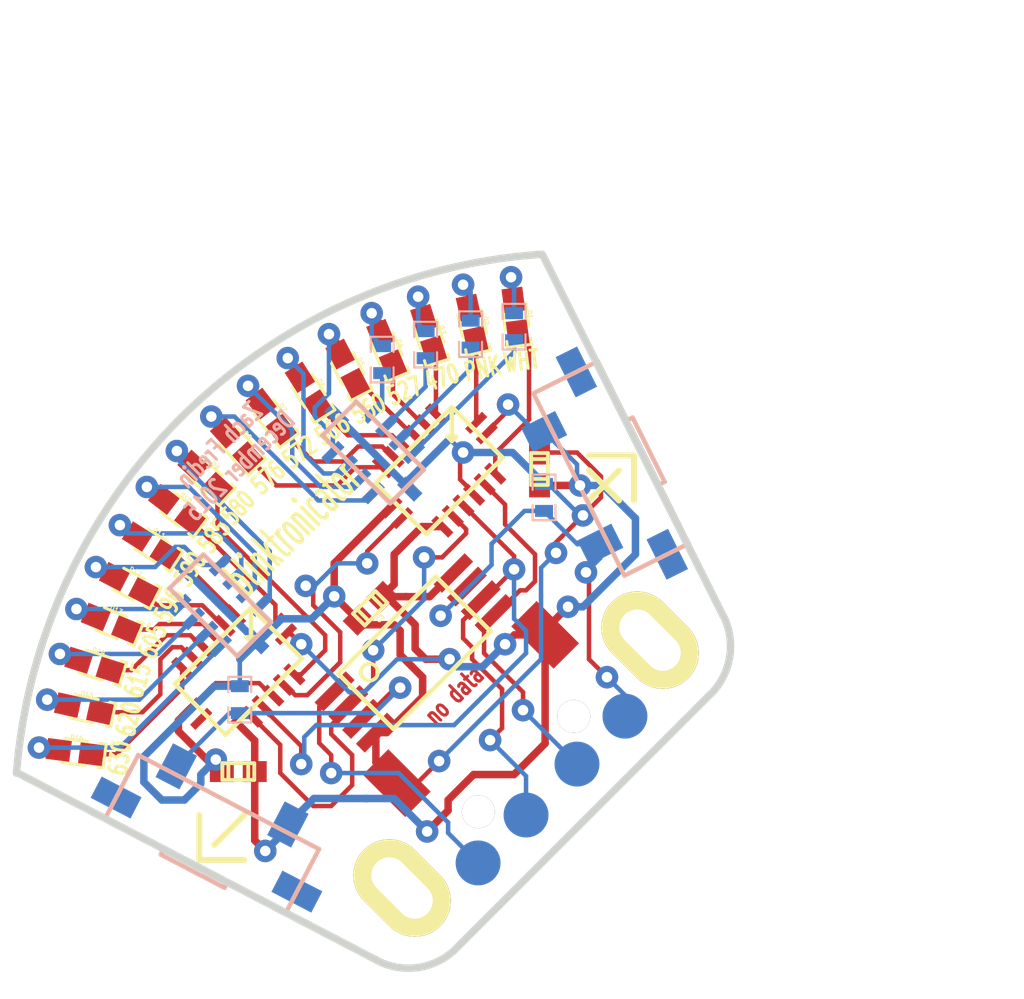
<source format=kicad_pcb>
(kicad_pcb (version 3) (host pcbnew "(2013-jul-07)-stable")

  (general
    (links 74)
    (no_connects 0)
    (area 164.899999 17.150001 202.999999 50.568199)
    (thickness 1.6)
    (drawings 47)
    (tracks 457)
    (zones 0)
    (modules 37)
    (nets 46)
  )

  (page A3)
  (layers
    (15 F.Cu signal)
    (0 B.Cu signal)
    (16 B.Adhes user hide)
    (17 F.Adhes user hide)
    (18 B.Paste user hide)
    (19 F.Paste user hide)
    (20 B.SilkS user)
    (21 F.SilkS user)
    (22 B.Mask user)
    (23 F.Mask user)
    (24 Dwgs.User user)
    (25 Cmts.User user)
    (26 Eco1.User user)
    (27 Eco2.User user)
    (28 Edge.Cuts user)
  )

  (setup
    (last_trace_width 0.15)
    (user_trace_width 0.25)
    (trace_clearance 0.225)
    (zone_clearance 0.508)
    (zone_45_only no)
    (trace_min 0.15)
    (segment_width 0.2)
    (edge_width 0.2)
    (via_size 0.75)
    (via_drill 0.35)
    (via_min_size 0.75)
    (via_min_drill 0.35)
    (uvia_size 0.508)
    (uvia_drill 0.127)
    (uvias_allowed no)
    (uvia_min_size 0.508)
    (uvia_min_drill 0.127)
    (pcb_text_width 0.3)
    (pcb_text_size 1.5 1.5)
    (mod_edge_width 0.15)
    (mod_text_size 1 1)
    (mod_text_width 0.15)
    (pad_size 1.1 1.1)
    (pad_drill 1.1)
    (pad_to_mask_clearance 0)
    (aux_axis_origin 0 0)
    (visible_elements FFFFFF3F)
    (pcbplotparams
      (layerselection 284196865)
      (usegerberextensions true)
      (excludeedgelayer true)
      (linewidth 0.150000)
      (plotframeref false)
      (viasonmask false)
      (mode 1)
      (useauxorigin false)
      (hpglpennumber 1)
      (hpglpenspeed 20)
      (hpglpendiameter 15)
      (hpglpenoverlay 2)
      (psnegative false)
      (psa4output false)
      (plotreference true)
      (plotvalue true)
      (plotothertext true)
      (plotinvisibletext false)
      (padsonsilk false)
      (subtractmaskfromsilk false)
      (outputformat 1)
      (mirror false)
      (drillshape 0)
      (scaleselection 1)
      (outputdirectory gerbers/))
  )

  (net 0 "")
  (net 1 D1)
  (net 2 D10)
  (net 3 D11)
  (net 4 D12)
  (net 5 D13)
  (net 6 D14)
  (net 7 D15)
  (net 8 D16)
  (net 9 D2)
  (net 10 D3)
  (net 11 D4)
  (net 12 D5)
  (net 13 D6)
  (net 14 D7)
  (net 15 D8)
  (net 16 D9)
  (net 17 GND)
  (net 18 N-000001)
  (net 19 N-0000010)
  (net 20 N-0000011)
  (net 21 N-0000012)
  (net 22 N-0000013)
  (net 23 N-0000014)
  (net 24 N-0000015)
  (net 25 N-0000016)
  (net 26 N-0000017)
  (net 27 N-0000018)
  (net 28 N-0000019)
  (net 29 N-000002)
  (net 30 N-0000020)
  (net 31 N-0000021)
  (net 32 N-0000030)
  (net 33 N-0000031)
  (net 34 N-0000032)
  (net 35 N-0000033)
  (net 36 N-0000038)
  (net 37 N-0000039)
  (net 38 N-000004)
  (net 39 N-0000040)
  (net 40 N-0000041)
  (net 41 N-0000044)
  (net 42 N-0000045)
  (net 43 N-000006)
  (net 44 N-000008)
  (net 45 VCC)

  (net_class Default "This is the default net class."
    (clearance 0.225)
    (trace_width 0.15)
    (via_dia 0.75)
    (via_drill 0.35)
    (uvia_dia 0.508)
    (uvia_drill 0.127)
    (add_net "")
    (add_net D1)
    (add_net D10)
    (add_net D11)
    (add_net D12)
    (add_net D13)
    (add_net D14)
    (add_net D15)
    (add_net D16)
    (add_net D2)
    (add_net D3)
    (add_net D4)
    (add_net D5)
    (add_net D6)
    (add_net D7)
    (add_net D8)
    (add_net D9)
    (add_net GND)
    (add_net N-000001)
    (add_net N-0000010)
    (add_net N-0000011)
    (add_net N-0000012)
    (add_net N-0000013)
    (add_net N-0000014)
    (add_net N-0000015)
    (add_net N-0000016)
    (add_net N-0000017)
    (add_net N-0000018)
    (add_net N-0000019)
    (add_net N-000002)
    (add_net N-0000020)
    (add_net N-0000021)
    (add_net N-0000030)
    (add_net N-0000031)
    (add_net N-0000032)
    (add_net N-0000033)
    (add_net N-0000038)
    (add_net N-0000039)
    (add_net N-000004)
    (add_net N-0000040)
    (add_net N-0000041)
    (add_net N-0000044)
    (add_net N-0000045)
    (add_net N-000006)
    (add_net N-000008)
    (add_net VCC)
  )

  (module LED-0402 (layer F.Cu) (tedit 5664684A) (tstamp 563F7C93)
    (at 182.05 27.35 277.5)
    (descr "SMT LED, 0402")
    (path /563AB44A)
    (fp_text reference D1 (at 0 -0.4826 277.5) (layer F.SilkS)
      (effects (font (size 0.1524 0.1524) (thickness 0.03048)))
    )
    (fp_text value WHT (at 0 0.4826 277.5) (layer F.SilkS) hide
      (effects (font (size 0.1524 0.1524) (thickness 0.03048)))
    )
    (fp_line (start 1 -0.4) (end 0.8 -0.4) (layer F.SilkS) (width 0.1))
    (fp_line (start 1 0.4) (end 0.8 0.4) (layer F.SilkS) (width 0.1))
    (fp_line (start 0.4 -0.4) (end -0.4 -0.4) (layer F.SilkS) (width 0.1))
    (fp_line (start -0.4 0.4) (end 0.4 0.4) (layer F.SilkS) (width 0.1))
    (fp_line (start 1 -0.4) (end 1 0.4) (layer F.SilkS) (width 0.1))
    (pad 1 smd rect (at 0.54864 0 277.5) (size 0.8001 0.6985)
      (layers F.Cu F.Paste F.Mask)
      (net 29 N-000002)
    )
    (pad 2 smd rect (at -0.54864 0 277.5) (size 0.8001 0.6985)
      (layers F.Cu F.Paste F.Mask)
      (net 19 N-0000010)
    )
    (model smd/capacitors/c_0402.wrl
      (at (xyz 0 0 0))
      (scale (xyz 1 1 1))
      (rotate (xyz 0 0 0))
    )
  )

  (module LED-0402 (layer F.Cu) (tedit 5664684A) (tstamp 563F7C39)
    (at 180.6 27.6 282.5)
    (descr "SMT LED, 0402")
    (path /563AB450)
    (fp_text reference D2 (at 0 -0.4826 282.5) (layer F.SilkS)
      (effects (font (size 0.1524 0.1524) (thickness 0.03048)))
    )
    (fp_text value PNK (at 0 0.4826 282.5) (layer F.SilkS) hide
      (effects (font (size 0.1524 0.1524) (thickness 0.03048)))
    )
    (fp_line (start 1 -0.4) (end 0.8 -0.4) (layer F.SilkS) (width 0.1))
    (fp_line (start 1 0.4) (end 0.8 0.4) (layer F.SilkS) (width 0.1))
    (fp_line (start 0.4 -0.4) (end -0.4 -0.4) (layer F.SilkS) (width 0.1))
    (fp_line (start -0.4 0.4) (end 0.4 0.4) (layer F.SilkS) (width 0.1))
    (fp_line (start 1 -0.4) (end 1 0.4) (layer F.SilkS) (width 0.1))
    (pad 1 smd rect (at 0.54864 0 282.5) (size 0.8001 0.6985)
      (layers F.Cu F.Paste F.Mask)
      (net 18 N-000001)
    )
    (pad 2 smd rect (at -0.54864 0 282.5) (size 0.8001 0.6985)
      (layers F.Cu F.Paste F.Mask)
      (net 44 N-000008)
    )
    (model smd/capacitors/c_0402.wrl
      (at (xyz 0 0 0))
      (scale (xyz 1 1 1))
      (rotate (xyz 0 0 0))
    )
  )

  (module LED-0402 (layer F.Cu) (tedit 5664684A) (tstamp 563F7CA5)
    (at 179.15 27.95 287.5)
    (descr "SMT LED, 0402")
    (path /563AB456)
    (fp_text reference D3 (at 0 -0.4826 287.5) (layer F.SilkS)
      (effects (font (size 0.1524 0.1524) (thickness 0.03048)))
    )
    (fp_text value 470nm (at 0 0.4826 287.5) (layer F.SilkS) hide
      (effects (font (size 0.1524 0.1524) (thickness 0.03048)))
    )
    (fp_line (start 1 -0.4) (end 0.8 -0.4) (layer F.SilkS) (width 0.1))
    (fp_line (start 1 0.4) (end 0.8 0.4) (layer F.SilkS) (width 0.1))
    (fp_line (start 0.4 -0.4) (end -0.4 -0.4) (layer F.SilkS) (width 0.1))
    (fp_line (start -0.4 0.4) (end 0.4 0.4) (layer F.SilkS) (width 0.1))
    (fp_line (start 1 -0.4) (end 1 0.4) (layer F.SilkS) (width 0.1))
    (pad 1 smd rect (at 0.54864 0 287.5) (size 0.8001 0.6985)
      (layers F.Cu F.Paste F.Mask)
      (net 26 N-0000017)
    )
    (pad 2 smd rect (at -0.54864 0 287.5) (size 0.8001 0.6985)
      (layers F.Cu F.Paste F.Mask)
      (net 43 N-000006)
    )
    (model smd/capacitors/c_0402.wrl
      (at (xyz 0 0 0))
      (scale (xyz 1 1 1))
      (rotate (xyz 0 0 0))
    )
  )

  (module LED-0402 (layer F.Cu) (tedit 5664684A) (tstamp 563F7CB7)
    (at 177.75 28.45 292.5)
    (descr "SMT LED, 0402")
    (path /563AB45C)
    (fp_text reference D4 (at 0 -0.4826 292.5) (layer F.SilkS)
      (effects (font (size 0.1524 0.1524) (thickness 0.03048)))
    )
    (fp_text value 527nm (at 0 0.4826 292.5) (layer F.SilkS) hide
      (effects (font (size 0.1524 0.1524) (thickness 0.03048)))
    )
    (fp_line (start 1 -0.4) (end 0.8 -0.4) (layer F.SilkS) (width 0.1))
    (fp_line (start 1 0.4) (end 0.8 0.4) (layer F.SilkS) (width 0.1))
    (fp_line (start 0.4 -0.4) (end -0.4 -0.4) (layer F.SilkS) (width 0.1))
    (fp_line (start -0.4 0.4) (end 0.4 0.4) (layer F.SilkS) (width 0.1))
    (fp_line (start 1 -0.4) (end 1 0.4) (layer F.SilkS) (width 0.1))
    (pad 1 smd rect (at 0.54864 0 292.5) (size 0.8001 0.6985)
      (layers F.Cu F.Paste F.Mask)
      (net 25 N-0000016)
    )
    (pad 2 smd rect (at -0.54864 0 292.5) (size 0.8001 0.6985)
      (layers F.Cu F.Paste F.Mask)
      (net 38 N-000004)
    )
    (model smd/capacitors/c_0402.wrl
      (at (xyz 0 0 0))
      (scale (xyz 1 1 1))
      (rotate (xyz 0 0 0))
    )
  )

  (module LED-0402 (layer F.Cu) (tedit 5664684A) (tstamp 563F7CC9)
    (at 176.45 29.1 297.5)
    (descr "SMT LED, 0402")
    (path /563AB462)
    (fp_text reference D5 (at 0 -0.4826 297.5) (layer F.SilkS)
      (effects (font (size 0.1524 0.1524) (thickness 0.03048)))
    )
    (fp_text value 560nm (at 0 0.4826 297.5) (layer F.SilkS) hide
      (effects (font (size 0.1524 0.1524) (thickness 0.03048)))
    )
    (fp_line (start 1 -0.4) (end 0.8 -0.4) (layer F.SilkS) (width 0.1))
    (fp_line (start 1 0.4) (end 0.8 0.4) (layer F.SilkS) (width 0.1))
    (fp_line (start 0.4 -0.4) (end -0.4 -0.4) (layer F.SilkS) (width 0.1))
    (fp_line (start -0.4 0.4) (end 0.4 0.4) (layer F.SilkS) (width 0.1))
    (fp_line (start 1 -0.4) (end 1 0.4) (layer F.SilkS) (width 0.1))
    (pad 1 smd rect (at 0.54864 0 297.5) (size 0.8001 0.6985)
      (layers F.Cu F.Paste F.Mask)
      (net 21 N-0000012)
    )
    (pad 2 smd rect (at -0.54864 0 297.5) (size 0.8001 0.6985)
      (layers F.Cu F.Paste F.Mask)
      (net 12 D5)
    )
    (model smd/capacitors/c_0402.wrl
      (at (xyz 0 0 0))
      (scale (xyz 1 1 1))
      (rotate (xyz 0 0 0))
    )
  )

  (module LED-0402 (layer F.Cu) (tedit 5664684A) (tstamp 563F7CED)
    (at 175.15 29.85 302.5)
    (descr "SMT LED, 0402")
    (path /563AB8BE)
    (fp_text reference D6 (at 0 -0.4826 302.5) (layer F.SilkS)
      (effects (font (size 0.1524 0.1524) (thickness 0.03048)))
    )
    (fp_text value 566nm (at 0 0.4826 302.5) (layer F.SilkS) hide
      (effects (font (size 0.1524 0.1524) (thickness 0.03048)))
    )
    (fp_line (start 1 -0.4) (end 0.8 -0.4) (layer F.SilkS) (width 0.1))
    (fp_line (start 1 0.4) (end 0.8 0.4) (layer F.SilkS) (width 0.1))
    (fp_line (start 0.4 -0.4) (end -0.4 -0.4) (layer F.SilkS) (width 0.1))
    (fp_line (start -0.4 0.4) (end 0.4 0.4) (layer F.SilkS) (width 0.1))
    (fp_line (start 1 -0.4) (end 1 0.4) (layer F.SilkS) (width 0.1))
    (pad 1 smd rect (at 0.54864 0 302.5) (size 0.8001 0.6985)
      (layers F.Cu F.Paste F.Mask)
      (net 24 N-0000015)
    )
    (pad 2 smd rect (at -0.54864 0 302.5) (size 0.8001 0.6985)
      (layers F.Cu F.Paste F.Mask)
      (net 13 D6)
    )
    (model smd/capacitors/c_0402.wrl
      (at (xyz 0 0 0))
      (scale (xyz 1 1 1))
      (rotate (xyz 0 0 0))
    )
  )

  (module LED-0402 (layer F.Cu) (tedit 5664684A) (tstamp 563F7D47)
    (at 173.9 30.7 307.5)
    (descr "SMT LED, 0402")
    (path /563AB002)
    (fp_text reference D7 (at 0 -0.4826 307.5) (layer F.SilkS)
      (effects (font (size 0.1524 0.1524) (thickness 0.03048)))
    )
    (fp_text value 572nm (at 0 0.4826 307.5) (layer F.SilkS) hide
      (effects (font (size 0.1524 0.1524) (thickness 0.03048)))
    )
    (fp_line (start 1 -0.4) (end 0.8 -0.4) (layer F.SilkS) (width 0.1))
    (fp_line (start 1 0.4) (end 0.8 0.4) (layer F.SilkS) (width 0.1))
    (fp_line (start 0.4 -0.4) (end -0.4 -0.4) (layer F.SilkS) (width 0.1))
    (fp_line (start -0.4 0.4) (end 0.4 0.4) (layer F.SilkS) (width 0.1))
    (fp_line (start 1 -0.4) (end 1 0.4) (layer F.SilkS) (width 0.1))
    (pad 1 smd rect (at 0.54864 0 307.5) (size 0.8001 0.6985)
      (layers F.Cu F.Paste F.Mask)
      (net 23 N-0000014)
    )
    (pad 2 smd rect (at -0.54864 0 307.5) (size 0.8001 0.6985)
      (layers F.Cu F.Paste F.Mask)
      (net 14 D7)
    )
    (model smd/capacitors/c_0402.wrl
      (at (xyz 0 0 0))
      (scale (xyz 1 1 1))
      (rotate (xyz 0 0 0))
    )
  )

  (module LED-0402 (layer F.Cu) (tedit 5664684A) (tstamp 563F7CDB)
    (at 172.75 31.65 312.5)
    (descr "SMT LED, 0402")
    (path /563AB754)
    (fp_text reference D8 (at 0 -0.4826 312.5) (layer F.SilkS)
      (effects (font (size 0.1524 0.1524) (thickness 0.03048)))
    )
    (fp_text value 576nm (at 0 0.4826 312.5) (layer F.SilkS) hide
      (effects (font (size 0.1524 0.1524) (thickness 0.03048)))
    )
    (fp_line (start 1 -0.4) (end 0.8 -0.4) (layer F.SilkS) (width 0.1))
    (fp_line (start 1 0.4) (end 0.8 0.4) (layer F.SilkS) (width 0.1))
    (fp_line (start 0.4 -0.4) (end -0.4 -0.4) (layer F.SilkS) (width 0.1))
    (fp_line (start -0.4 0.4) (end 0.4 0.4) (layer F.SilkS) (width 0.1))
    (fp_line (start 1 -0.4) (end 1 0.4) (layer F.SilkS) (width 0.1))
    (pad 1 smd rect (at 0.54864 0 312.5) (size 0.8001 0.6985)
      (layers F.Cu F.Paste F.Mask)
      (net 22 N-0000013)
    )
    (pad 2 smd rect (at -0.54864 0 312.5) (size 0.8001 0.6985)
      (layers F.Cu F.Paste F.Mask)
      (net 15 D8)
    )
    (model smd/capacitors/c_0402.wrl
      (at (xyz 0 0 0))
      (scale (xyz 1 1 1))
      (rotate (xyz 0 0 0))
    )
  )

  (module LED-0402 (layer F.Cu) (tedit 5664684A) (tstamp 563F7C81)
    (at 171.7 32.7 317.5)
    (descr "SMT LED, 0402")
    (path /563AB75A)
    (fp_text reference D9 (at 0 -0.4826 317.5) (layer F.SilkS)
      (effects (font (size 0.1524 0.1524) (thickness 0.03048)))
    )
    (fp_text value 580nm (at 0 0.4826 317.5) (layer F.SilkS) hide
      (effects (font (size 0.1524 0.1524) (thickness 0.03048)))
    )
    (fp_line (start 1 -0.4) (end 0.8 -0.4) (layer F.SilkS) (width 0.1))
    (fp_line (start 1 0.4) (end 0.8 0.4) (layer F.SilkS) (width 0.1))
    (fp_line (start 0.4 -0.4) (end -0.4 -0.4) (layer F.SilkS) (width 0.1))
    (fp_line (start -0.4 0.4) (end 0.4 0.4) (layer F.SilkS) (width 0.1))
    (fp_line (start 1 -0.4) (end 1 0.4) (layer F.SilkS) (width 0.1))
    (pad 1 smd rect (at 0.54864 0 317.5) (size 0.8001 0.6985)
      (layers F.Cu F.Paste F.Mask)
      (net 36 N-0000038)
    )
    (pad 2 smd rect (at -0.54864 0 317.5) (size 0.8001 0.6985)
      (layers F.Cu F.Paste F.Mask)
      (net 16 D9)
    )
    (model smd/capacitors/c_0402.wrl
      (at (xyz 0 0 0))
      (scale (xyz 1 1 1))
      (rotate (xyz 0 0 0))
    )
  )

  (module LED-0402 (layer F.Cu) (tedit 5664684A) (tstamp 563F7CFF)
    (at 170.75 33.8 322.5)
    (descr "SMT LED, 0402")
    (path /563AB760)
    (fp_text reference D10 (at 0 -0.4826 322.5) (layer F.SilkS)
      (effects (font (size 0.1524 0.1524) (thickness 0.03048)))
    )
    (fp_text value 585nm (at 0 0.4826 322.5) (layer F.SilkS) hide
      (effects (font (size 0.1524 0.1524) (thickness 0.03048)))
    )
    (fp_line (start 1 -0.4) (end 0.8 -0.4) (layer F.SilkS) (width 0.1))
    (fp_line (start 1 0.4) (end 0.8 0.4) (layer F.SilkS) (width 0.1))
    (fp_line (start 0.4 -0.4) (end -0.4 -0.4) (layer F.SilkS) (width 0.1))
    (fp_line (start -0.4 0.4) (end 0.4 0.4) (layer F.SilkS) (width 0.1))
    (fp_line (start 1 -0.4) (end 1 0.4) (layer F.SilkS) (width 0.1))
    (pad 1 smd rect (at 0.54864 0 322.5) (size 0.8001 0.6985)
      (layers F.Cu F.Paste F.Mask)
      (net 40 N-0000041)
    )
    (pad 2 smd rect (at -0.54864 0 322.5) (size 0.8001 0.6985)
      (layers F.Cu F.Paste F.Mask)
      (net 2 D10)
    )
    (model smd/capacitors/c_0402.wrl
      (at (xyz 0 0 0))
      (scale (xyz 1 1 1))
      (rotate (xyz 0 0 0))
    )
  )

  (module LED-0402 (layer F.Cu) (tedit 5664684A) (tstamp 563F7D11)
    (at 169.9 35 327.5)
    (descr "SMT LED, 0402")
    (path /563AB766)
    (fp_text reference D11 (at 0 -0.4826 327.5) (layer F.SilkS)
      (effects (font (size 0.1524 0.1524) (thickness 0.03048)))
    )
    (fp_text value 590nm (at 0 0.4826 327.5) (layer F.SilkS) hide
      (effects (font (size 0.1524 0.1524) (thickness 0.03048)))
    )
    (fp_line (start 1 -0.4) (end 0.8 -0.4) (layer F.SilkS) (width 0.1))
    (fp_line (start 1 0.4) (end 0.8 0.4) (layer F.SilkS) (width 0.1))
    (fp_line (start 0.4 -0.4) (end -0.4 -0.4) (layer F.SilkS) (width 0.1))
    (fp_line (start -0.4 0.4) (end 0.4 0.4) (layer F.SilkS) (width 0.1))
    (fp_line (start 1 -0.4) (end 1 0.4) (layer F.SilkS) (width 0.1))
    (pad 1 smd rect (at 0.54864 0 327.5) (size 0.8001 0.6985)
      (layers F.Cu F.Paste F.Mask)
      (net 39 N-0000040)
    )
    (pad 2 smd rect (at -0.54864 0 327.5) (size 0.8001 0.6985)
      (layers F.Cu F.Paste F.Mask)
      (net 3 D11)
    )
    (model smd/capacitors/c_0402.wrl
      (at (xyz 0 0 0))
      (scale (xyz 1 1 1))
      (rotate (xyz 0 0 0))
    )
  )

  (module LED-0402 (layer F.Cu) (tedit 5664684A) (tstamp 563F7D23)
    (at 169.15 36.3 332.5)
    (descr "SMT LED, 0402")
    (path /563AB76C)
    (fp_text reference D12 (at 0 -0.4826 332.5) (layer F.SilkS)
      (effects (font (size 0.1524 0.1524) (thickness 0.03048)))
    )
    (fp_text value 596nm (at 0 0.4826 332.5) (layer F.SilkS) hide
      (effects (font (size 0.1524 0.1524) (thickness 0.03048)))
    )
    (fp_line (start 1 -0.4) (end 0.8 -0.4) (layer F.SilkS) (width 0.1))
    (fp_line (start 1 0.4) (end 0.8 0.4) (layer F.SilkS) (width 0.1))
    (fp_line (start 0.4 -0.4) (end -0.4 -0.4) (layer F.SilkS) (width 0.1))
    (fp_line (start -0.4 0.4) (end 0.4 0.4) (layer F.SilkS) (width 0.1))
    (fp_line (start 1 -0.4) (end 1 0.4) (layer F.SilkS) (width 0.1))
    (pad 1 smd rect (at 0.54864 0 332.5) (size 0.8001 0.6985)
      (layers F.Cu F.Paste F.Mask)
      (net 37 N-0000039)
    )
    (pad 2 smd rect (at -0.54864 0 332.5) (size 0.8001 0.6985)
      (layers F.Cu F.Paste F.Mask)
      (net 4 D12)
    )
    (model smd/capacitors/c_0402.wrl
      (at (xyz 0 0 0))
      (scale (xyz 1 1 1))
      (rotate (xyz 0 0 0))
    )
  )

  (module LED-0402 (layer F.Cu) (tedit 5664684A) (tstamp 563F8F0B)
    (at 168.55 37.6 337.5)
    (descr "SMT LED, 0402")
    (path /563AB772)
    (fp_text reference D13 (at 0 -0.4826 337.5) (layer F.SilkS)
      (effects (font (size 0.1524 0.1524) (thickness 0.03048)))
    )
    (fp_text value 605nm (at 0 0.4826 337.5) (layer F.SilkS) hide
      (effects (font (size 0.1524 0.1524) (thickness 0.03048)))
    )
    (fp_line (start 1 -0.4) (end 0.8 -0.4) (layer F.SilkS) (width 0.1))
    (fp_line (start 1 0.4) (end 0.8 0.4) (layer F.SilkS) (width 0.1))
    (fp_line (start 0.4 -0.4) (end -0.4 -0.4) (layer F.SilkS) (width 0.1))
    (fp_line (start -0.4 0.4) (end 0.4 0.4) (layer F.SilkS) (width 0.1))
    (fp_line (start 1 -0.4) (end 1 0.4) (layer F.SilkS) (width 0.1))
    (pad 1 smd rect (at 0.54864 0 337.5) (size 0.8001 0.6985)
      (layers F.Cu F.Paste F.Mask)
      (net 35 N-0000033)
    )
    (pad 2 smd rect (at -0.54864 0 337.5) (size 0.8001 0.6985)
      (layers F.Cu F.Paste F.Mask)
      (net 5 D13)
    )
    (model smd/capacitors/c_0402.wrl
      (at (xyz 0 0 0))
      (scale (xyz 1 1 1))
      (rotate (xyz 0 0 0))
    )
  )

  (module LED-0402 (layer F.Cu) (tedit 5664684A) (tstamp 563F7C6F)
    (at 168 39 342.5)
    (descr "SMT LED, 0402")
    (path /563AB8CD)
    (fp_text reference D14 (at 0 -0.4826 342.5) (layer F.SilkS)
      (effects (font (size 0.1524 0.1524) (thickness 0.03048)))
    )
    (fp_text value 615nm (at 0 0.4826 342.5) (layer F.SilkS) hide
      (effects (font (size 0.1524 0.1524) (thickness 0.03048)))
    )
    (fp_line (start 1 -0.4) (end 0.8 -0.4) (layer F.SilkS) (width 0.1))
    (fp_line (start 1 0.4) (end 0.8 0.4) (layer F.SilkS) (width 0.1))
    (fp_line (start 0.4 -0.4) (end -0.4 -0.4) (layer F.SilkS) (width 0.1))
    (fp_line (start -0.4 0.4) (end 0.4 0.4) (layer F.SilkS) (width 0.1))
    (fp_line (start 1 -0.4) (end 1 0.4) (layer F.SilkS) (width 0.1))
    (pad 1 smd rect (at 0.54864 0 342.5) (size 0.8001 0.6985)
      (layers F.Cu F.Paste F.Mask)
      (net 34 N-0000032)
    )
    (pad 2 smd rect (at -0.54864 0 342.5) (size 0.8001 0.6985)
      (layers F.Cu F.Paste F.Mask)
      (net 6 D14)
    )
    (model smd/capacitors/c_0402.wrl
      (at (xyz 0 0 0))
      (scale (xyz 1 1 1))
      (rotate (xyz 0 0 0))
    )
  )

  (module LED-0402 (layer F.Cu) (tedit 5664684A) (tstamp 563F7C5D)
    (at 167.65 40.45 347.5)
    (descr "SMT LED, 0402")
    (path /563DFE89)
    (fp_text reference D15 (at 0 -0.4826 347.5) (layer F.SilkS)
      (effects (font (size 0.1524 0.1524) (thickness 0.03048)))
    )
    (fp_text value 620nm (at 0 0.4826 347.5) (layer F.SilkS) hide
      (effects (font (size 0.1524 0.1524) (thickness 0.03048)))
    )
    (fp_line (start 1 -0.4) (end 0.8 -0.4) (layer F.SilkS) (width 0.1))
    (fp_line (start 1 0.4) (end 0.8 0.4) (layer F.SilkS) (width 0.1))
    (fp_line (start 0.4 -0.4) (end -0.4 -0.4) (layer F.SilkS) (width 0.1))
    (fp_line (start -0.4 0.4) (end 0.4 0.4) (layer F.SilkS) (width 0.1))
    (fp_line (start 1 -0.4) (end 1 0.4) (layer F.SilkS) (width 0.1))
    (pad 1 smd rect (at 0.54864 0 347.5) (size 0.8001 0.6985)
      (layers F.Cu F.Paste F.Mask)
      (net 33 N-0000031)
    )
    (pad 2 smd rect (at -0.54864 0 347.5) (size 0.8001 0.6985)
      (layers F.Cu F.Paste F.Mask)
      (net 7 D15)
    )
    (model smd/capacitors/c_0402.wrl
      (at (xyz 0 0 0))
      (scale (xyz 1 1 1))
      (rotate (xyz 0 0 0))
    )
  )

  (module LED-0402 (layer F.Cu) (tedit 5664684A) (tstamp 563F7C4B)
    (at 167.35 41.9 352.5)
    (descr "SMT LED, 0402")
    (path /563DFE98)
    (fp_text reference D16 (at 0 -0.4826 352.5) (layer F.SilkS)
      (effects (font (size 0.1524 0.1524) (thickness 0.03048)))
    )
    (fp_text value 630nm (at 0 0.4826 352.5) (layer F.SilkS) hide
      (effects (font (size 0.1524 0.1524) (thickness 0.03048)))
    )
    (fp_line (start 1 -0.4) (end 0.8 -0.4) (layer F.SilkS) (width 0.1))
    (fp_line (start 1 0.4) (end 0.8 0.4) (layer F.SilkS) (width 0.1))
    (fp_line (start 0.4 -0.4) (end -0.4 -0.4) (layer F.SilkS) (width 0.1))
    (fp_line (start -0.4 0.4) (end 0.4 0.4) (layer F.SilkS) (width 0.1))
    (fp_line (start 1 -0.4) (end 1 0.4) (layer F.SilkS) (width 0.1))
    (pad 1 smd rect (at 0.54864 0 352.5) (size 0.8001 0.6985)
      (layers F.Cu F.Paste F.Mask)
      (net 32 N-0000030)
    )
    (pad 2 smd rect (at -0.54864 0 352.5) (size 0.8001 0.6985)
      (layers F.Cu F.Paste F.Mask)
      (net 8 D16)
    )
    (model smd/capacitors/c_0402.wrl
      (at (xyz 0 0 0))
      (scale (xyz 1 1 1))
      (rotate (xyz 0 0 0))
    )
  )

  (module SM0402 (layer B.Cu) (tedit 5666652D) (tstamp 56663E2B)
    (at 183 33.4 90)
    (path /563AD150)
    (attr smd)
    (fp_text reference R2 (at 0 0 90) (layer B.SilkS) hide
      (effects (font (size 0.35052 0.3048) (thickness 0.07112)) (justify mirror))
    )
    (fp_text value 10k (at 0.09906 0 90) (layer B.SilkS) hide
      (effects (font (size 0.35052 0.3048) (thickness 0.07112)) (justify mirror))
    )
    (fp_line (start -0.254 0.381) (end -0.762 0.381) (layer B.SilkS) (width 0.07112))
    (fp_line (start -0.762 0.381) (end -0.762 -0.381) (layer B.SilkS) (width 0.07112))
    (fp_line (start -0.762 -0.381) (end -0.254 -0.381) (layer B.SilkS) (width 0.07112))
    (fp_line (start 0.254 0.381) (end 0.762 0.381) (layer B.SilkS) (width 0.07112))
    (fp_line (start 0.762 0.381) (end 0.762 -0.381) (layer B.SilkS) (width 0.07112))
    (fp_line (start 0.762 -0.381) (end 0.254 -0.381) (layer B.SilkS) (width 0.07112))
    (pad 1 smd rect (at -0.44958 0 90) (size 0.39878 0.59944)
      (layers B.Cu B.Paste B.Mask)
      (net 42 N-0000045)
    )
    (pad 2 smd rect (at 0.44958 0 90) (size 0.39878 0.59944)
      (layers B.Cu B.Paste B.Mask)
      (net 17 GND)
    )
    (model smd\chip_cms.wrl
      (at (xyz 0 0 0.002))
      (scale (xyz 0.05 0.05 0.05))
      (rotate (xyz 0 0 0))
    )
  )

  (module SM0402 (layer B.Cu) (tedit 56666524) (tstamp 56663E37)
    (at 172.85 40.15 90)
    (path /563AD15F)
    (attr smd)
    (fp_text reference R3 (at 0 0 90) (layer B.SilkS) hide
      (effects (font (size 0.35052 0.3048) (thickness 0.07112)) (justify mirror))
    )
    (fp_text value 10k (at 0.09906 0 90) (layer B.SilkS) hide
      (effects (font (size 0.35052 0.3048) (thickness 0.07112)) (justify mirror))
    )
    (fp_line (start -0.254 0.381) (end -0.762 0.381) (layer B.SilkS) (width 0.07112))
    (fp_line (start -0.762 0.381) (end -0.762 -0.381) (layer B.SilkS) (width 0.07112))
    (fp_line (start -0.762 -0.381) (end -0.254 -0.381) (layer B.SilkS) (width 0.07112))
    (fp_line (start 0.254 0.381) (end 0.762 0.381) (layer B.SilkS) (width 0.07112))
    (fp_line (start 0.762 0.381) (end 0.762 -0.381) (layer B.SilkS) (width 0.07112))
    (fp_line (start 0.762 -0.381) (end 0.254 -0.381) (layer B.SilkS) (width 0.07112))
    (pad 1 smd rect (at -0.44958 0 90) (size 0.39878 0.59944)
      (layers B.Cu B.Paste B.Mask)
      (net 41 N-0000044)
    )
    (pad 2 smd rect (at 0.44958 0 90) (size 0.39878 0.59944)
      (layers B.Cu B.Paste B.Mask)
      (net 17 GND)
    )
    (model smd\chip_cms.wrl
      (at (xyz 0 0 0.002))
      (scale (xyz 0.05 0.05 0.05))
      (rotate (xyz 0 0 0))
    )
  )

  (module c_0402 (layer F.Cu) (tedit 5666DF04) (tstamp 56663E75)
    (at 172.8 42.55 180)
    (descr "SMT capacitor, 0402")
    (path /563AC2EE)
    (fp_text reference C2 (at 0 -0.4826 180) (layer F.SilkS) hide
      (effects (font (size 0.1524 0.1524) (thickness 0.03048)))
    )
    (fp_text value 0.1 (at 0 0.4826 180) (layer F.SilkS) hide
      (effects (font (size 0.1524 0.1524) (thickness 0.03048)))
    )
    (fp_line (start 0.3302 -0.2794) (end 0.3302 0.2794) (layer F.SilkS) (width 0.127))
    (fp_line (start -0.3302 -0.2794) (end -0.3302 0.2794) (layer F.SilkS) (width 0.127))
    (fp_line (start -0.5334 -0.2794) (end -0.5334 0.2794) (layer F.SilkS) (width 0.127))
    (fp_line (start -0.5334 0.2794) (end 0.5334 0.2794) (layer F.SilkS) (width 0.127))
    (fp_line (start 0.5334 0.2794) (end 0.5334 -0.2794) (layer F.SilkS) (width 0.127))
    (fp_line (start 0.5334 -0.2794) (end -0.5334 -0.2794) (layer F.SilkS) (width 0.127))
    (pad 1 smd rect (at 0.54864 0 180) (size 0.8001 0.6985)
      (layers F.Cu F.Paste F.Mask)
      (net 17 GND)
    )
    (pad 2 smd rect (at -0.54864 0 180) (size 0.8001 0.6985)
      (layers F.Cu F.Paste F.Mask)
      (net 45 VCC)
    )
    (model smd/capacitors/c_0402.wrl
      (at (xyz 0 0 0))
      (scale (xyz 1 1 1))
      (rotate (xyz 0 0 0))
    )
  )

  (module c_0402 (layer F.Cu) (tedit 5666DF0A) (tstamp 56663E81)
    (at 182.85 32.45 90)
    (descr "SMT capacitor, 0402")
    (path /563AC3DD)
    (fp_text reference C1 (at 0 -0.4826 90) (layer F.SilkS) hide
      (effects (font (size 0.1524 0.1524) (thickness 0.03048)))
    )
    (fp_text value 0.1 (at 0 0.4826 90) (layer F.SilkS) hide
      (effects (font (size 0.1524 0.1524) (thickness 0.03048)))
    )
    (fp_line (start 0.3302 -0.2794) (end 0.3302 0.2794) (layer F.SilkS) (width 0.127))
    (fp_line (start -0.3302 -0.2794) (end -0.3302 0.2794) (layer F.SilkS) (width 0.127))
    (fp_line (start -0.5334 -0.2794) (end -0.5334 0.2794) (layer F.SilkS) (width 0.127))
    (fp_line (start -0.5334 0.2794) (end 0.5334 0.2794) (layer F.SilkS) (width 0.127))
    (fp_line (start 0.5334 0.2794) (end 0.5334 -0.2794) (layer F.SilkS) (width 0.127))
    (fp_line (start 0.5334 -0.2794) (end -0.5334 -0.2794) (layer F.SilkS) (width 0.127))
    (pad 1 smd rect (at 0.54864 0 90) (size 0.8001 0.6985)
      (layers F.Cu F.Paste F.Mask)
      (net 17 GND)
    )
    (pad 2 smd rect (at -0.54864 0 90) (size 0.8001 0.6985)
      (layers F.Cu F.Paste F.Mask)
      (net 45 VCC)
    )
    (model smd/capacitors/c_0402.wrl
      (at (xyz 0 0 0))
      (scale (xyz 1 1 1))
      (rotate (xyz 0 0 0))
    )
  )

  (module c_0402 (layer F.Cu) (tedit 49047259) (tstamp 56663E8D)
    (at 177.2 37.1 225)
    (descr "SMT capacitor, 0402")
    (path /563AC3EC)
    (fp_text reference C3 (at 0 -0.4826 225) (layer F.SilkS)
      (effects (font (size 0.1524 0.1524) (thickness 0.03048)))
    )
    (fp_text value 0.1 (at 0 0.4826 225) (layer F.SilkS) hide
      (effects (font (size 0.1524 0.1524) (thickness 0.03048)))
    )
    (fp_line (start 0.3302 -0.2794) (end 0.3302 0.2794) (layer F.SilkS) (width 0.127))
    (fp_line (start -0.3302 -0.2794) (end -0.3302 0.2794) (layer F.SilkS) (width 0.127))
    (fp_line (start -0.5334 -0.2794) (end -0.5334 0.2794) (layer F.SilkS) (width 0.127))
    (fp_line (start -0.5334 0.2794) (end 0.5334 0.2794) (layer F.SilkS) (width 0.127))
    (fp_line (start 0.5334 0.2794) (end 0.5334 -0.2794) (layer F.SilkS) (width 0.127))
    (fp_line (start 0.5334 -0.2794) (end -0.5334 -0.2794) (layer F.SilkS) (width 0.127))
    (pad 1 smd rect (at 0.54864 0 225) (size 0.8001 0.6985)
      (layers F.Cu F.Paste F.Mask)
      (net 17 GND)
    )
    (pad 2 smd rect (at -0.54864 0 225) (size 0.8001 0.6985)
      (layers F.Cu F.Paste F.Mask)
      (net 45 VCC)
    )
    (model smd/capacitors/c_0402.wrl
      (at (xyz 0 0 0))
      (scale (xyz 1 1 1))
      (rotate (xyz 0 0 0))
    )
  )

  (module TL3330AF130QG (layer B.Cu) (tedit 5666641C) (tstamp 563F7BB3)
    (at 184.7 32.7 296.5)
    (path /563ACE05)
    (fp_text reference SW2 (at 0 4.4 296.5) (layer B.SilkS) hide
      (effects (font (size 1 1) (thickness 0.15)) (justify mirror))
    )
    (fp_text value SW_PUSH (at 0 -4.4 296.5) (layer B.SilkS) hide
      (effects (font (size 1 1) (thickness 0.15)) (justify mirror))
    )
    (fp_line (start -1.2 -1.8) (end -1.2 -2) (layer B.SilkS) (width 0.15))
    (fp_line (start -1.2 -2) (end 1.2 -2) (layer B.SilkS) (width 0.15))
    (fp_line (start 1.2 -2) (end 1.2 -1.8) (layer B.SilkS) (width 0.15))
    (fp_line (start -3.4 -1.8) (end 3.4 -1.8) (layer B.SilkS) (width 0.15))
    (fp_line (start 3.4 -1.8) (end 3.4 0.6) (layer B.SilkS) (width 0.15))
    (fp_line (start 3.4 0.6) (end -3.4 0.6) (layer B.SilkS) (width 0.15))
    (fp_line (start -3.4 0.6) (end -3.4 -1.8) (layer B.SilkS) (width 0.15))
    (pad 1 smd rect (at -2.1 0.85 296.5) (size 0.9 1.27)
      (layers B.Cu B.Mask)
      (net 45 VCC)
    )
    (pad 2 smd rect (at 2.1 0.85 296.5) (size 0.9 1.27)
      (layers B.Cu B.Mask)
      (net 42 N-0000045)
    )
    (pad "" smd rect (at 3.4 -1 296.5) (size 1.5 0.8)
      (layers B.Cu B.Paste B.Mask)
    )
    (pad "" smd rect (at -3.4 -1 296.5) (size 1.5 0.8)
      (layers B.Cu B.Paste B.Mask)
    )
  )

  (module TL3330AF130QG (layer B.Cu) (tedit 5666641C) (tstamp 567F2891)
    (at 172.2 44.1 152.5)
    (path /563ACE14)
    (fp_text reference SW3 (at 0 4.4 152.5) (layer B.SilkS) hide
      (effects (font (size 1 1) (thickness 0.15)) (justify mirror))
    )
    (fp_text value SW_PUSH (at 0 -4.4 152.5) (layer B.SilkS) hide
      (effects (font (size 1 1) (thickness 0.15)) (justify mirror))
    )
    (fp_line (start -1.2 -1.8) (end -1.2 -2) (layer B.SilkS) (width 0.15))
    (fp_line (start -1.2 -2) (end 1.2 -2) (layer B.SilkS) (width 0.15))
    (fp_line (start 1.2 -2) (end 1.2 -1.8) (layer B.SilkS) (width 0.15))
    (fp_line (start -3.4 -1.8) (end 3.4 -1.8) (layer B.SilkS) (width 0.15))
    (fp_line (start 3.4 -1.8) (end 3.4 0.6) (layer B.SilkS) (width 0.15))
    (fp_line (start 3.4 0.6) (end -3.4 0.6) (layer B.SilkS) (width 0.15))
    (fp_line (start -3.4 0.6) (end -3.4 -1.8) (layer B.SilkS) (width 0.15))
    (pad 1 smd rect (at -2.1 0.85 152.5) (size 0.9 1.27)
      (layers B.Cu B.Mask)
      (net 45 VCC)
    )
    (pad 2 smd rect (at 2.1 0.85 152.5) (size 0.9 1.27)
      (layers B.Cu B.Mask)
      (net 41 N-0000044)
    )
    (pad "" smd rect (at 3.4 -1 152.5) (size 1.5 0.8)
      (layers B.Cu B.Paste B.Mask)
    )
    (pad "" smd rect (at -3.4 -1 152.5) (size 1.5 0.8)
      (layers B.Cu B.Paste B.Mask)
    )
  )

  (module RN-EXBD (layer B.Cu) (tedit 56666450) (tstamp 563F87DA)
    (at 172.2 37 315)
    (path /563C456B)
    (fp_text reference RN2 (at -0.1 3.5 315) (layer B.SilkS) hide
      (effects (font (size 1 1) (thickness 0.15)) (justify mirror))
    )
    (fp_text value EXB-D10C680J (at 0 -3.4 315) (layer B.SilkS) hide
      (effects (font (size 1 1) (thickness 0.15)) (justify mirror))
    )
    (fp_line (start 1.6 0.8) (end -1.6 0.8) (layer B.SilkS) (width 0.15))
    (fp_line (start -1.6 0.8) (end -1.6 -0.8) (layer B.SilkS) (width 0.15))
    (fp_line (start -1.6 -0.8) (end 1.6 -0.8) (layer B.SilkS) (width 0.15))
    (fp_line (start 1.6 -0.8) (end 1.6 0.8) (layer B.SilkS) (width 0.15))
    (pad 8 smd rect (at 0.3175 -0.95 315) (size 0.3 0.8)
      (layers B.Cu B.Mask)
      (net 2 D10)
    )
    (pad 9 smd rect (at -0.3175 -0.95 315) (size 0.3 0.8)
      (layers B.Cu B.Mask)
      (net 3 D11)
    )
    (pad 7 smd rect (at 0.9525 -0.95 315) (size 0.3 0.8)
      (layers B.Cu B.Mask)
      (net 16 D9)
    )
    (pad 10 smd rect (at -0.9525 -0.95 315) (size 0.3 0.8)
      (layers B.Cu B.Mask)
      (net 4 D12)
    )
    (pad 4 smd rect (at 0.3175 0.95 315) (size 0.3 0.8)
      (layers B.Cu B.Mask)
      (net 7 D15)
    )
    (pad 3 smd rect (at -0.3175 0.95 315) (size 0.3 0.8)
      (layers B.Cu B.Mask)
      (net 6 D14)
    )
    (pad 5 smd rect (at 0.9525 0.95 315) (size 0.3 0.8)
      (layers B.Cu B.Mask)
      (net 8 D16)
    )
    (pad 2 smd rect (at -0.9525 0.95 315) (size 0.3 0.8)
      (layers B.Cu B.Mask)
      (net 5 D13)
    )
    (pad 1 smd rect (at -1.725 0 315) (size 0.8 0.4)
      (layers B.Cu B.Mask)
      (net 17 GND)
    )
    (pad 6 smd rect (at 1.725 0 315) (size 0.8 0.4)
      (layers B.Cu B.Mask)
      (net 17 GND)
    )
  )

  (module tssop-8 (layer F.Cu) (tedit 566665CC) (tstamp 56663D65)
    (at 179.6 39.5 315)
    (descr TSSOP-16)
    (path /564253CE)
    (fp_text reference U1 (at -1.3 0.8 315) (layer F.SilkS) hide
      (effects (font (size 0.50038 0.50038) (thickness 0.09906)))
    )
    (fp_text value ATTINY85-S (at -1.3 -0.5 315) (layer F.SilkS) hide
      (effects (font (size 0.50038 0.50038) (thickness 0.09906)))
    )
    (fp_line (start 0 -2.3) (end -2.6 -2.3) (layer F.SilkS) (width 0.15))
    (fp_line (start -2.6 -2.3) (end -2.6 2.3) (layer F.SilkS) (width 0.15))
    (fp_line (start -2.6 2.3) (end 0 2.3) (layer F.SilkS) (width 0.15))
    (fp_line (start 0 -2.3) (end 0 2.3) (layer F.SilkS) (width 0.15))
    (fp_circle (center -1.905 1.524) (end -2.032 1.778) (layer F.SilkS) (width 0.127))
    (pad 4 smd rect (at -0.32512 2.79908 315) (size 0.4191 1.47066)
      (layers F.Cu F.Paste F.Mask)
      (net 17 GND)
    )
    (pad 8 smd rect (at -2.26568 -2.794 315) (size 0.4 1.47066)
      (layers F.Cu F.Paste F.Mask)
      (net 45 VCC)
    )
    (pad 1 smd rect (at -2.27584 2.79908 315) (size 0.4191 1.47066)
      (layers F.Cu F.Paste F.Mask)
      (net 20 N-0000011)
    )
    (pad 2 smd rect (at -1.6256 2.79908 315) (size 0.4191 1.47066)
      (layers F.Cu F.Paste F.Mask)
      (net 28 N-0000019)
    )
    (pad 3 smd rect (at -0.97536 2.79908 315) (size 0.4191 1.47066)
      (layers F.Cu F.Paste F.Mask)
      (net 41 N-0000044)
    )
    (pad 5 smd rect (at -0.32512 -2.79908 315) (size 0.4191 1.47066)
      (layers F.Cu F.Paste F.Mask)
      (net 27 N-0000018)
    )
    (pad 6 smd rect (at -0.97536 -2.79908 315) (size 0.4191 1.47066)
      (layers F.Cu F.Paste F.Mask)
      (net 31 N-0000021)
    )
    (pad 7 smd rect (at -1.6256 -2.794 315) (size 0.4191 1.47066)
      (layers F.Cu F.Paste F.Mask)
      (net 42 N-0000045)
    )
    (model smd/smd_dil/tssop-16.wrl
      (at (xyz 0 0 0))
      (scale (xyz 1 1 1))
      (rotate (xyz 0 0 0))
    )
  )

  (module RN-EXBD (layer B.Cu) (tedit 56666450) (tstamp 563F87C8)
    (at 177.3 31.9 315)
    (path /563C3C46)
    (fp_text reference RN1 (at -0.1 3.5 315) (layer B.SilkS) hide
      (effects (font (size 1 1) (thickness 0.15)) (justify mirror))
    )
    (fp_text value EXB-D10C680J (at 0 -3.4 315) (layer B.SilkS) hide
      (effects (font (size 1 1) (thickness 0.15)) (justify mirror))
    )
    (fp_line (start 1.6 0.8) (end -1.6 0.8) (layer B.SilkS) (width 0.15))
    (fp_line (start -1.6 0.8) (end -1.6 -0.8) (layer B.SilkS) (width 0.15))
    (fp_line (start -1.6 -0.8) (end 1.6 -0.8) (layer B.SilkS) (width 0.15))
    (fp_line (start 1.6 -0.8) (end 1.6 0.8) (layer B.SilkS) (width 0.15))
    (pad 8 smd rect (at 0.3175 -0.95 315) (size 0.3 0.8)
      (layers B.Cu B.Mask)
      (net 9 D2)
    )
    (pad 9 smd rect (at -0.3175 -0.95 315) (size 0.3 0.8)
      (layers B.Cu B.Mask)
      (net 10 D3)
    )
    (pad 7 smd rect (at 0.9525 -0.95 315) (size 0.3 0.8)
      (layers B.Cu B.Mask)
      (net 1 D1)
    )
    (pad 10 smd rect (at -0.9525 -0.95 315) (size 0.3 0.8)
      (layers B.Cu B.Mask)
      (net 11 D4)
    )
    (pad 4 smd rect (at 0.3175 0.95 315) (size 0.3 0.8)
      (layers B.Cu B.Mask)
      (net 14 D7)
    )
    (pad 3 smd rect (at -0.3175 0.95 315) (size 0.3 0.8)
      (layers B.Cu B.Mask)
      (net 13 D6)
    )
    (pad 5 smd rect (at 0.9525 0.95 315) (size 0.3 0.8)
      (layers B.Cu B.Mask)
      (net 15 D8)
    )
    (pad 2 smd rect (at -0.9525 0.95 315) (size 0.3 0.8)
      (layers B.Cu B.Mask)
      (net 12 D5)
    )
    (pad 1 smd rect (at -1.725 0 315) (size 0.8 0.4)
      (layers B.Cu B.Mask)
      (net 17 GND)
    )
    (pad 6 smd rect (at 1.725 0 315) (size 0.8 0.4)
      (layers B.Cu B.Mask)
      (net 17 GND)
    )
  )

  (module SM0402 (layer B.Cu) (tedit 5666DF15) (tstamp 5666DB78)
    (at 182 27.7 270)
    (path /5666E49D)
    (attr smd)
    (fp_text reference R6 (at 0 0 270) (layer B.SilkS) hide
      (effects (font (size 0.35052 0.3048) (thickness 0.07112)) (justify mirror))
    )
    (fp_text value R (at 0.09906 0 270) (layer B.SilkS) hide
      (effects (font (size 0.35052 0.3048) (thickness 0.07112)) (justify mirror))
    )
    (fp_line (start -0.254 0.381) (end -0.762 0.381) (layer B.SilkS) (width 0.07112))
    (fp_line (start -0.762 0.381) (end -0.762 -0.381) (layer B.SilkS) (width 0.07112))
    (fp_line (start -0.762 -0.381) (end -0.254 -0.381) (layer B.SilkS) (width 0.07112))
    (fp_line (start 0.254 0.381) (end 0.762 0.381) (layer B.SilkS) (width 0.07112))
    (fp_line (start 0.762 0.381) (end 0.762 -0.381) (layer B.SilkS) (width 0.07112))
    (fp_line (start 0.762 -0.381) (end 0.254 -0.381) (layer B.SilkS) (width 0.07112))
    (pad 1 smd rect (at -0.44958 0 270) (size 0.39878 0.59944)
      (layers B.Cu B.Paste B.Mask)
      (net 19 N-0000010)
    )
    (pad 2 smd rect (at 0.44958 0 270) (size 0.39878 0.59944)
      (layers B.Cu B.Paste B.Mask)
      (net 1 D1)
    )
    (model smd\chip_cms.wrl
      (at (xyz 0 0 0.002))
      (scale (xyz 0.05 0.05 0.05))
      (rotate (xyz 0 0 0))
    )
  )

  (module SM0402 (layer B.Cu) (tedit 5666DF18) (tstamp 5666DB84)
    (at 180.55 27.95 270)
    (path /5666E57C)
    (attr smd)
    (fp_text reference R4 (at 0 0 270) (layer B.SilkS) hide
      (effects (font (size 0.35052 0.3048) (thickness 0.07112)) (justify mirror))
    )
    (fp_text value R (at 0.09906 0 270) (layer B.SilkS) hide
      (effects (font (size 0.35052 0.3048) (thickness 0.07112)) (justify mirror))
    )
    (fp_line (start -0.254 0.381) (end -0.762 0.381) (layer B.SilkS) (width 0.07112))
    (fp_line (start -0.762 0.381) (end -0.762 -0.381) (layer B.SilkS) (width 0.07112))
    (fp_line (start -0.762 -0.381) (end -0.254 -0.381) (layer B.SilkS) (width 0.07112))
    (fp_line (start 0.254 0.381) (end 0.762 0.381) (layer B.SilkS) (width 0.07112))
    (fp_line (start 0.762 0.381) (end 0.762 -0.381) (layer B.SilkS) (width 0.07112))
    (fp_line (start 0.762 -0.381) (end 0.254 -0.381) (layer B.SilkS) (width 0.07112))
    (pad 1 smd rect (at -0.44958 0 270) (size 0.39878 0.59944)
      (layers B.Cu B.Paste B.Mask)
      (net 44 N-000008)
    )
    (pad 2 smd rect (at 0.44958 0 270) (size 0.39878 0.59944)
      (layers B.Cu B.Paste B.Mask)
      (net 9 D2)
    )
    (model smd\chip_cms.wrl
      (at (xyz 0 0 0.002))
      (scale (xyz 0.05 0.05 0.05))
      (rotate (xyz 0 0 0))
    )
  )

  (module SM0402 (layer B.Cu) (tedit 5666DF1C) (tstamp 5666DB90)
    (at 179.05 28.3 270)
    (path /5666E722)
    (attr smd)
    (fp_text reference R5 (at 0 0 270) (layer B.SilkS) hide
      (effects (font (size 0.35052 0.3048) (thickness 0.07112)) (justify mirror))
    )
    (fp_text value R (at 0.09906 0 270) (layer B.SilkS) hide
      (effects (font (size 0.35052 0.3048) (thickness 0.07112)) (justify mirror))
    )
    (fp_line (start -0.254 0.381) (end -0.762 0.381) (layer B.SilkS) (width 0.07112))
    (fp_line (start -0.762 0.381) (end -0.762 -0.381) (layer B.SilkS) (width 0.07112))
    (fp_line (start -0.762 -0.381) (end -0.254 -0.381) (layer B.SilkS) (width 0.07112))
    (fp_line (start 0.254 0.381) (end 0.762 0.381) (layer B.SilkS) (width 0.07112))
    (fp_line (start 0.762 0.381) (end 0.762 -0.381) (layer B.SilkS) (width 0.07112))
    (fp_line (start 0.762 -0.381) (end 0.254 -0.381) (layer B.SilkS) (width 0.07112))
    (pad 1 smd rect (at -0.44958 0 270) (size 0.39878 0.59944)
      (layers B.Cu B.Paste B.Mask)
      (net 43 N-000006)
    )
    (pad 2 smd rect (at 0.44958 0 270) (size 0.39878 0.59944)
      (layers B.Cu B.Paste B.Mask)
      (net 10 D3)
    )
    (model smd\chip_cms.wrl
      (at (xyz 0 0 0.002))
      (scale (xyz 0.05 0.05 0.05))
      (rotate (xyz 0 0 0))
    )
  )

  (module SM0402 (layer B.Cu) (tedit 5666DF21) (tstamp 5666DC41)
    (at 177.6 28.8 270)
    (path /5666E801)
    (attr smd)
    (fp_text reference R1 (at 0 0 270) (layer B.SilkS) hide
      (effects (font (size 0.35052 0.3048) (thickness 0.07112)) (justify mirror))
    )
    (fp_text value R (at 0.09906 0 270) (layer B.SilkS) hide
      (effects (font (size 0.35052 0.3048) (thickness 0.07112)) (justify mirror))
    )
    (fp_line (start -0.254 0.381) (end -0.762 0.381) (layer B.SilkS) (width 0.07112))
    (fp_line (start -0.762 0.381) (end -0.762 -0.381) (layer B.SilkS) (width 0.07112))
    (fp_line (start -0.762 -0.381) (end -0.254 -0.381) (layer B.SilkS) (width 0.07112))
    (fp_line (start 0.254 0.381) (end 0.762 0.381) (layer B.SilkS) (width 0.07112))
    (fp_line (start 0.762 0.381) (end 0.762 -0.381) (layer B.SilkS) (width 0.07112))
    (fp_line (start 0.762 -0.381) (end 0.254 -0.381) (layer B.SilkS) (width 0.07112))
    (pad 1 smd rect (at -0.44958 0 270) (size 0.39878 0.59944)
      (layers B.Cu B.Paste B.Mask)
      (net 38 N-000004)
    )
    (pad 2 smd rect (at 0.44958 0 270) (size 0.39878 0.59944)
      (layers B.Cu B.Paste B.Mask)
      (net 11 D4)
    )
    (model smd\chip_cms.wrl
      (at (xyz 0 0 0.002))
      (scale (xyz 0.05 0.05 0.05))
      (rotate (xyz 0 0 0))
    )
  )

  (module DHVQFN16 (layer F.Cu) (tedit 567DC262) (tstamp 56663E69)
    (at 172.8 39.2 225)
    (path /563AB792)
    (fp_text reference U4 (at 0 -3.2 225) (layer F.SilkS) hide
      (effects (font (size 1 1) (thickness 0.15)))
    )
    (fp_text value 74HC595 (at 0 3 225) (layer F.SilkS) hide
      (effects (font (size 1 1) (thickness 0.15)))
    )
    (fp_line (start -1.8 1.2) (end -1 0.4) (layer F.SilkS) (width 0.15))
    (fp_line (start -1 0.4) (end -1.2 0.4) (layer F.SilkS) (width 0.15))
    (fp_line (start -1.2 0.4) (end -1 0.6) (layer F.SilkS) (width 0.15))
    (fp_line (start -1 0.6) (end -1 0.4) (layer F.SilkS) (width 0.15))
    (fp_line (start -1.8 -1.2) (end -1.8 1.2) (layer F.SilkS) (width 0.15))
    (fp_line (start -1.8 1.2) (end 1.8 1.2) (layer F.SilkS) (width 0.15))
    (fp_line (start 1.8 1.2) (end 1.8 -1.2) (layer F.SilkS) (width 0.15))
    (fp_line (start 1.8 -1.2) (end -1.8 -1.2) (layer F.SilkS) (width 0.15))
    (pad 12 smd rect (at 0.25 -1.4 225) (size 0.25 0.8)
      (layers F.Cu F.Paste F.Mask)
      (net 31 N-0000021)
    )
    (pad 13 smd rect (at -0.25 -1.4 225) (size 0.25 0.8)
      (layers F.Cu F.Paste F.Mask)
      (net 17 GND)
    )
    (pad 14 smd rect (at -0.75 -1.4 225) (size 0.25 0.8)
      (layers F.Cu F.Paste F.Mask)
      (net 30 N-0000020)
    )
    (pad 15 smd rect (at -1.25 -1.4 225) (size 0.25 0.8)
      (layers F.Cu F.Paste F.Mask)
      (net 36 N-0000038)
    )
    (pad 11 smd rect (at 0.75 -1.4 225) (size 0.25 0.8)
      (layers F.Cu F.Paste F.Mask)
      (net 28 N-0000019)
    )
    (pad 10 smd rect (at 1.25 -1.4 225) (size 0.25 0.8)
      (layers F.Cu F.Paste F.Mask)
      (net 45 VCC)
    )
    (pad 4 smd rect (at -0.25 1.4 225) (size 0.25 0.8)
      (layers F.Cu F.Paste F.Mask)
      (net 35 N-0000033)
    )
    (pad 3 smd rect (at -0.75 1.4 225) (size 0.25 0.8)
      (layers F.Cu F.Paste F.Mask)
      (net 37 N-0000039)
    )
    (pad 2 smd rect (at -1.25 1.4 225) (size 0.25 0.8)
      (layers F.Cu F.Paste F.Mask)
      (net 39 N-0000040)
    )
    (pad 5 smd rect (at 0.25 1.4 225) (size 0.25 0.8)
      (layers F.Cu F.Paste F.Mask)
      (net 34 N-0000032)
    )
    (pad 6 smd rect (at 0.75 1.4 225) (size 0.25 0.8)
      (layers F.Cu F.Paste F.Mask)
      (net 33 N-0000031)
    )
    (pad 7 smd rect (at 1.25 1.4 225) (size 0.25 0.8)
      (layers F.Cu F.Paste F.Mask)
      (net 32 N-0000030)
    )
    (pad 16 smd rect (at -2 -0.25 225) (size 0.8 0.25)
      (layers F.Cu F.Paste F.Mask)
      (net 45 VCC)
    )
    (pad 1 smd rect (at -2 0.25 225) (size 0.8 0.25)
      (layers F.Cu F.Paste F.Mask)
      (net 40 N-0000041)
    )
    (pad 9 smd rect (at 2 -0.25 225) (size 0.8 0.25)
      (layers F.Cu F.Paste F.Mask)
    )
    (pad 8 smd rect (at 2 0.25 225) (size 0.8 0.25)
      (layers F.Cu F.Paste F.Mask)
      (net 17 GND)
    )
  )

  (module DHVQFN16 (layer F.Cu) (tedit 567DC262) (tstamp 567DC571)
    (at 179.5 32.5 225)
    (path /563AB488)
    (fp_text reference U3 (at 0 -3.2 225) (layer F.SilkS) hide
      (effects (font (size 1 1) (thickness 0.15)))
    )
    (fp_text value 74HC595 (at 0 3 225) (layer F.SilkS) hide
      (effects (font (size 1 1) (thickness 0.15)))
    )
    (fp_line (start -1.8 1.2) (end -1 0.4) (layer F.SilkS) (width 0.15))
    (fp_line (start -1 0.4) (end -1.2 0.4) (layer F.SilkS) (width 0.15))
    (fp_line (start -1.2 0.4) (end -1 0.6) (layer F.SilkS) (width 0.15))
    (fp_line (start -1 0.6) (end -1 0.4) (layer F.SilkS) (width 0.15))
    (fp_line (start -1.8 -1.2) (end -1.8 1.2) (layer F.SilkS) (width 0.15))
    (fp_line (start -1.8 1.2) (end 1.8 1.2) (layer F.SilkS) (width 0.15))
    (fp_line (start 1.8 1.2) (end 1.8 -1.2) (layer F.SilkS) (width 0.15))
    (fp_line (start 1.8 -1.2) (end -1.8 -1.2) (layer F.SilkS) (width 0.15))
    (pad 12 smd rect (at 0.25 -1.4 225) (size 0.25 0.8)
      (layers F.Cu F.Paste F.Mask)
      (net 31 N-0000021)
    )
    (pad 13 smd rect (at -0.25 -1.4 225) (size 0.25 0.8)
      (layers F.Cu F.Paste F.Mask)
      (net 17 GND)
    )
    (pad 14 smd rect (at -0.75 -1.4 225) (size 0.25 0.8)
      (layers F.Cu F.Paste F.Mask)
      (net 27 N-0000018)
    )
    (pad 15 smd rect (at -1.25 -1.4 225) (size 0.25 0.8)
      (layers F.Cu F.Paste F.Mask)
      (net 29 N-000002)
    )
    (pad 11 smd rect (at 0.75 -1.4 225) (size 0.25 0.8)
      (layers F.Cu F.Paste F.Mask)
      (net 28 N-0000019)
    )
    (pad 10 smd rect (at 1.25 -1.4 225) (size 0.25 0.8)
      (layers F.Cu F.Paste F.Mask)
      (net 45 VCC)
    )
    (pad 4 smd rect (at -0.25 1.4 225) (size 0.25 0.8)
      (layers F.Cu F.Paste F.Mask)
      (net 21 N-0000012)
    )
    (pad 3 smd rect (at -0.75 1.4 225) (size 0.25 0.8)
      (layers F.Cu F.Paste F.Mask)
      (net 25 N-0000016)
    )
    (pad 2 smd rect (at -1.25 1.4 225) (size 0.25 0.8)
      (layers F.Cu F.Paste F.Mask)
      (net 26 N-0000017)
    )
    (pad 5 smd rect (at 0.25 1.4 225) (size 0.25 0.8)
      (layers F.Cu F.Paste F.Mask)
      (net 24 N-0000015)
    )
    (pad 6 smd rect (at 0.75 1.4 225) (size 0.25 0.8)
      (layers F.Cu F.Paste F.Mask)
      (net 23 N-0000014)
    )
    (pad 7 smd rect (at 1.25 1.4 225) (size 0.25 0.8)
      (layers F.Cu F.Paste F.Mask)
      (net 22 N-0000013)
    )
    (pad 16 smd rect (at -2 -0.25 225) (size 0.8 0.25)
      (layers F.Cu F.Paste F.Mask)
      (net 45 VCC)
    )
    (pad 1 smd rect (at -2 0.25 225) (size 0.8 0.25)
      (layers F.Cu F.Paste F.Mask)
      (net 18 N-000001)
    )
    (pad 9 smd rect (at 2 -0.25 225) (size 0.8 0.25)
      (layers F.Cu F.Paste F.Mask)
      (net 30 N-0000020)
    )
    (pad 8 smd rect (at 2 0.25 225) (size 0.8 0.25)
      (layers F.Cu F.Paste F.Mask)
      (net 17 GND)
    )
  )

  (module PAD_1-5mm (layer B.Cu) (tedit 566664E9) (tstamp 567F2788)
    (at 180.8 45.6)
    (path /56662860)
    (fp_text reference P3 (at 0 0) (layer B.SilkS) hide
      (effects (font (size 1 1) (thickness 0.15)) (justify mirror))
    )
    (fp_text value RST (at 0 -1.8) (layer B.SilkS) hide
      (effects (font (size 1 1) (thickness 0.15)) (justify mirror))
    )
    (pad 1 connect circle (at 0 0) (size 1.5 1.5)
      (layers B.Cu B.Mask)
      (net 20 N-0000011)
    )
  )

  (module PAD_1-5mm (layer B.Cu) (tedit 566664E9) (tstamp 567F278D)
    (at 185.7 40.7)
    (path /566629F9)
    (fp_text reference P4 (at 0 0) (layer B.SilkS) hide
      (effects (font (size 1 1) (thickness 0.15)) (justify mirror))
    )
    (fp_text value SCK (at 0 -1.8) (layer B.SilkS) hide
      (effects (font (size 1 1) (thickness 0.15)) (justify mirror))
    )
    (pad 1 connect circle (at 0 0) (size 1.5 1.5)
      (layers B.Cu B.Mask)
      (net 42 N-0000045)
    )
  )

  (module PAD_1-5mm (layer B.Cu) (tedit 566664E9) (tstamp 567F2792)
    (at 182.4 44)
    (path /56662B89)
    (fp_text reference P5 (at 0 0) (layer B.SilkS) hide
      (effects (font (size 1 1) (thickness 0.15)) (justify mirror))
    )
    (fp_text value MISO (at 0 -1.8) (layer B.SilkS) hide
      (effects (font (size 1 1) (thickness 0.15)) (justify mirror))
    )
    (pad 1 connect circle (at 0 0) (size 1.5 1.5)
      (layers B.Cu B.Mask)
      (net 31 N-0000021)
    )
  )

  (module PAD_1-5mm (layer B.Cu) (tedit 566664E9) (tstamp 567F2797)
    (at 184.1 42.3)
    (path /56662C59)
    (fp_text reference P6 (at 0 0) (layer B.SilkS) hide
      (effects (font (size 1 1) (thickness 0.15)) (justify mirror))
    )
    (fp_text value MOSI (at 0 -1.8) (layer B.SilkS) hide
      (effects (font (size 1 1) (thickness 0.15)) (justify mirror))
    )
    (pad 1 connect circle (at 0 0) (size 1.5 1.5)
      (layers B.Cu B.Mask)
      (net 27 N-0000018)
    )
  )

  (module USBplug (layer F.Cu) (tedit 56848542) (tstamp 56663120)
    (at 182.4 42.3 45)
    (path /56662234)
    (fp_text reference CONN1 (at 0 -5.4 45) (layer F.SilkS) hide
      (effects (font (size 1 1) (thickness 0.15)))
    )
    (fp_text value USB_PLUG (at 0.3 0.1 45) (layer F.SilkS) hide
      (effects (font (size 1 1) (thickness 0.15)))
    )
    (fp_line (start 6 2.7) (end -6 2.7) (layer F.SilkS) (width 0.15))
    (pad "" thru_hole oval (at -5.85 0 45) (size 2.4 3.6) (drill oval 1.2 2.4)
      (layers *.Cu *.Mask F.SilkS)
    )
    (pad "" thru_hole oval (at 5.85 0 45) (size 2.4 3.6) (drill oval 1.2 2.4)
      (layers *.Cu *.Mask F.SilkS)
    )
    (pad 1 smd rect (at 3.5 -2.6 45) (size 1.2 2)
      (layers F.Cu F.Paste F.Mask)
      (net 45 VCC)
    )
    (pad 4 smd rect (at -3.5 -2.6 45) (size 1.2 2)
      (layers F.Cu F.Paste F.Mask)
      (net 17 GND)
    )
    (pad "" thru_hole circle (at 2.25 0 45) (size 1.1 1.1) (drill 1.1)
      (layers *.Cu)
    )
    (pad "" thru_hole circle (at -2.25 0 45) (size 1.1 1.1) (drill 1.1)
      (layers *.Cu)
    )
  )

  (gr_text "no data" (at 180 40 45) (layer F.Cu)
    (effects (font (size 0.6 0.4) (thickness 0.1)))
  )
  (gr_line (start 184.5 32.5) (end 185.5 33.5) (angle 90) (layer F.SilkS) (width 0.2) (tstamp 56846FD1))
  (gr_line (start 185.5 32.5) (end 184.5 33.5) (angle 90) (layer F.SilkS) (width 0.2) (tstamp 56846FD2))
  (gr_line (start 186 32) (end 186 33.5) (angle 90) (layer F.SilkS) (width 0.2))
  (gr_line (start 186 32) (end 184.5 32) (angle 90) (layer F.SilkS) (width 0.2))
  (gr_line (start 172 45) (end 173 44) (angle 90) (layer F.SilkS) (width 0.2) (tstamp 56846FD4))
  (gr_line (start 171.5 45.5) (end 173 45.5) (angle 90) (layer F.SilkS) (width 0.2))
  (gr_line (start 171.5 45.5) (end 171.5 44) (angle 90) (layer F.SilkS) (width 0.2))
  (gr_line (start 179 47.4) (end 187.4 39) (angle 90) (layer Cmts.User) (width 0.2))
  (gr_line (start 190 50) (end 165 50) (angle 90) (layer Cmts.User) (width 0.2))
  (gr_line (start 190 25) (end 190 50) (angle 90) (layer Cmts.User) (width 0.2))
  (gr_text WHT (at 182.25 28.85 7.5) (layer F.SilkS)
    (effects (font (size 0.6 0.4) (thickness 0.1)))
  )
  (gr_text PNK (at 180.95 29.1 12.5) (layer F.SilkS)
    (effects (font (size 0.6 0.4) (thickness 0.1)))
  )
  (gr_text 596 (at 170.5 37 62.5) (layer F.SilkS)
    (effects (font (size 0.6 0.4) (thickness 0.1)))
  )
  (gr_text 470 (at 179.6 29.4 17.5) (layer F.SilkS)
    (effects (font (size 0.6 0.4) (thickness 0.1)))
  )
  (gr_text 527 (at 178.35 29.85 22.5) (layer F.SilkS)
    (effects (font (size 0.6 0.4) (thickness 0.1)))
  )
  (gr_text 560 (at 177.15 30.45 27.5) (layer F.SilkS)
    (effects (font (size 0.6 0.4) (thickness 0.1)))
  )
  (gr_text 566 (at 175.95 31.15 32.5) (layer F.SilkS)
    (effects (font (size 0.6 0.4) (thickness 0.1)))
  )
  (gr_text 572 (at 174.85 31.9 37.5) (layer F.SilkS)
    (effects (font (size 0.6 0.4) (thickness 0.1)))
  )
  (gr_text 576 (at 173.8 32.75 42.5) (layer F.SilkS)
    (effects (font (size 0.6 0.4) (thickness 0.1)))
  )
  (gr_text 580 (at 172.8 33.75 47.5) (layer F.SilkS)
    (effects (font (size 0.6 0.4) (thickness 0.1)))
  )
  (gr_text 585 (at 172 34.7 52.5) (layer F.SilkS)
    (effects (font (size 0.6 0.4) (thickness 0.1)))
  )
  (gr_text 590 (at 171.2 35.8 57.5) (layer F.SilkS)
    (effects (font (size 0.6 0.4) (thickness 0.1)))
  )
  (gr_text 605 (at 169.95 38.2 67.5) (layer F.SilkS)
    (effects (font (size 0.6 0.4) (thickness 0.1)))
  )
  (gr_text 615 (at 169.45 39.5 72.5) (layer F.SilkS)
    (effects (font (size 0.6 0.4) (thickness 0.1)))
  )
  (gr_text 620 (at 169.15 40.8 77.5) (layer F.SilkS)
    (effects (font (size 0.6 0.4) (thickness 0.1)))
  )
  (gr_text 630 (at 168.85 42.1 82.5) (layer F.SilkS)
    (effects (font (size 0.6 0.4) (thickness 0.1)))
  )
  (gr_line (start 181.5 43.95) (end 185.25 40.2) (angle 90) (layer Cmts.User) (width 0.2))
  (gr_text blinktronicator (at 174.6 34.4 45) (layer F.SilkS)
    (effects (font (size 1.2 0.5) (thickness 0.12)))
  )
  (gr_text "Zach Fredin\nDecember 2015" (at 172.5 32 45) (layer B.SilkS)
    (effects (font (size 0.6 0.4) (thickness 0.1)) (justify mirror))
  )
  (gr_line (start 184.2 44.1) (end 168.25 28.15) (angle 90) (layer Cmts.User) (width 0.2))
  (gr_line (start 180.07 48.45) (end 188.55 39.97) (angle 90) (layer Edge.Cuts) (width 0.25))
  (gr_line (start 188.975 37.35) (end 182.95 25.3) (angle 90) (layer Edge.Cuts) (width 0.25))
  (gr_arc (start 186.96 38.365) (end 188.56 39.965) (angle -72) (layer Edge.Cuts) (width 0.25))
  (gr_line (start 188.7 40.125) (end 186.75 38.175) (angle 90) (layer Cmts.User) (width 0.1))
  (gr_line (start 165.4 42.575) (end 177.425 48.85) (angle 90) (layer Edge.Cuts) (width 0.25))
  (gr_arc (start 178.475 46.85) (end 180.075 48.45) (angle 72) (layer Edge.Cuts) (width 0.25))
  (gr_line (start 180.075 48.45) (end 175.6 43.975) (angle 90) (layer Cmts.User) (width 0.1))
  (gr_line (start 186.2 42.1) (end 183 25.4) (angle 90) (layer Cmts.User) (width 0.2))
  (gr_line (start 165.5 42.6) (end 182.2 46.1) (angle 90) (layer Cmts.User) (width 0.2))
  (dimension 25 (width 0.3) (layer Cmts.User)
    (gr_text "25.000 mm" (at 196.349999 37.5 270) (layer Cmts.User)
      (effects (font (size 1.5 1.5) (thickness 0.3)))
    )
    (feature1 (pts (xy 190 50) (xy 197.699999 50)))
    (feature2 (pts (xy 190 25) (xy 197.699999 25)))
    (crossbar (pts (xy 194.999999 25) (xy 194.999999 50)))
    (arrow1a (pts (xy 194.999999 50) (xy 194.413579 48.873497)))
    (arrow1b (pts (xy 194.999999 50) (xy 195.586419 48.873497)))
    (arrow2a (pts (xy 194.999999 25) (xy 194.413579 26.126503)))
    (arrow2b (pts (xy 194.999999 25) (xy 195.586419 26.126503)))
  )
  (dimension 25 (width 0.3) (layer Cmts.User)
    (gr_text "25.000 mm" (at 177.5 18.650001) (layer Cmts.User)
      (effects (font (size 1.5 1.5) (thickness 0.3)))
    )
    (feature1 (pts (xy 190 25) (xy 190 17.300001)))
    (feature2 (pts (xy 165 25) (xy 165 17.300001)))
    (crossbar (pts (xy 165 20.000001) (xy 190 20.000001)))
    (arrow1a (pts (xy 190 20.000001) (xy 188.873497 20.586421)))
    (arrow1b (pts (xy 190 20.000001) (xy 188.873497 19.413581)))
    (arrow2a (pts (xy 165 20.000001) (xy 166.126503 20.586421)))
    (arrow2b (pts (xy 165 20.000001) (xy 166.126503 19.413581)))
  )
  (gr_line (start 165 50) (end 165 25) (angle 90) (layer Cmts.User) (width 0.2))
  (gr_line (start 165 25) (end 190 25) (angle 90) (layer Cmts.User) (width 0.2))
  (gr_arc (start 184.2 44.1) (end 165.4 42.6) (angle 81.6) (layer Edge.Cuts) (width 0.25))
  (gr_line (start 183.9 43.8) (end 184.5 44.4) (angle 90) (layer Cmts.User) (width 0.2))
  (gr_line (start 183.9 44.4) (end 184.5 43.8) (angle 90) (layer Cmts.User) (width 0.2))

  (segment (start 182 28.14958) (end 182 28.547039) (width 0.15) (layer B.Cu) (net 1))
  (segment (start 182 28.547039) (end 178.645271 31.901768) (width 0.15) (layer B.Cu) (net 1) (tstamp 5666DD5B) (status 20))
  (segment (start 173.096258 36.552755) (end 173.097245 36.552755) (width 0.15) (layer B.Cu) (net 2))
  (segment (start 170.266009 33.466009) (end 170.314735 33.466009) (width 0.2) (layer F.Cu) (net 2))
  (segment (start 169.75 33.05) (end 170.266009 33.466009) (width 0.2) (layer F.Cu) (net 2) (tstamp 56662E1B))
  (via (at 169.75 33.05) (size 0.75) (layers F.Cu B.Cu) (net 2))
  (segment (start 171.15 33.05) (end 169.75 33.05) (width 0.15) (layer B.Cu) (net 2) (tstamp 56664A5E))
  (segment (start 173.35 35.25) (end 171.15 33.05) (width 0.15) (layer B.Cu) (net 2) (tstamp 56664A5D))
  (segment (start 173.35 36.3) (end 173.35 35.25) (width 0.15) (layer B.Cu) (net 2) (tstamp 56664A5B))
  (segment (start 173.097245 36.552755) (end 173.35 36.3) (width 0.15) (layer B.Cu) (net 2) (tstamp 56664A59))
  (segment (start 172.647245 36.103742) (end 172.647245 36.102755) (width 0.15) (layer B.Cu) (net 3))
  (segment (start 169.230216 34.705216) (end 168.85 34.325) (width 0.2) (layer F.Cu) (net 3) (tstamp 56662EB2))
  (via (at 168.85 34.325) (size 0.75) (layers F.Cu B.Cu) (net 3))
  (segment (start 169.230216 34.705216) (end 169.437282 34.705216) (width 0.2) (layer F.Cu) (net 3))
  (segment (start 169.125 34.6) (end 168.85 34.325) (width 0.15) (layer B.Cu) (net 3) (tstamp 56664A56))
  (segment (start 172.15 34.6) (end 169.125 34.6) (width 0.15) (layer B.Cu) (net 3) (tstamp 56664A52))
  (segment (start 172.9 35.35) (end 172.15 34.6) (width 0.15) (layer B.Cu) (net 3) (tstamp 56664A50))
  (segment (start 172.9 35.85) (end 172.9 35.35) (width 0.15) (layer B.Cu) (net 3) (tstamp 56664A4F))
  (segment (start 172.647245 36.102755) (end 172.9 35.85) (width 0.15) (layer B.Cu) (net 3) (tstamp 56664A4E))
  (segment (start 172.198232 35.654729) (end 171.604729 35.654729) (width 0.15) (layer B.Cu) (net 4))
  (segment (start 168.371666 36.046666) (end 168.05 35.725) (width 0.2) (layer F.Cu) (net 4) (tstamp 56662EBF))
  (via (at 168.05 35.725) (size 0.75) (layers F.Cu B.Cu) (net 4))
  (segment (start 168.371666 36.046666) (end 168.66335 36.046666) (width 0.2) (layer F.Cu) (net 4))
  (segment (start 170.025 35.725) (end 168.05 35.725) (width 0.15) (layer B.Cu) (net 4) (tstamp 56664A4A))
  (segment (start 170.7 35.05) (end 170.025 35.725) (width 0.15) (layer B.Cu) (net 4) (tstamp 56664A46))
  (segment (start 171 35.05) (end 170.7 35.05) (width 0.15) (layer B.Cu) (net 4) (tstamp 56664A42))
  (segment (start 171.604729 35.654729) (end 171 35.05) (width 0.15) (layer B.Cu) (net 4) (tstamp 56664A3F))
  (segment (start 170.854729 36.998232) (end 170.851768 36.998232) (width 0.15) (layer B.Cu) (net 5))
  (segment (start 167.665045 37.390045) (end 167.4 37.125) (width 0.2) (layer F.Cu) (net 5) (tstamp 56662EC8))
  (via (at 167.4 37.125) (size 0.75) (layers F.Cu B.Cu) (net 5))
  (segment (start 167.665045 37.390045) (end 168.043123 37.390045) (width 0.2) (layer F.Cu) (net 5))
  (segment (start 170.725 37.125) (end 167.4 37.125) (width 0.15) (layer B.Cu) (net 5) (tstamp 56664A38))
  (segment (start 170.851768 36.998232) (end 170.725 37.125) (width 0.15) (layer B.Cu) (net 5) (tstamp 56664A37))
  (segment (start 171.303742 37.447245) (end 171.302755 37.447245) (width 0.15) (layer B.Cu) (net 6))
  (segment (start 167.060021 38.835021) (end 166.85 38.625) (width 0.2) (layer F.Cu) (net 6) (tstamp 56662ED4))
  (via (at 166.85 38.625) (size 0.75) (layers F.Cu B.Cu) (net 6))
  (segment (start 167.060021 38.835021) (end 167.476753 38.835021) (width 0.2) (layer F.Cu) (net 6))
  (segment (start 170.125 38.625) (end 166.85 38.625) (width 0.15) (layer B.Cu) (net 6) (tstamp 56664A33))
  (segment (start 171.302755 37.447245) (end 170.125 38.625) (width 0.15) (layer B.Cu) (net 6) (tstamp 56664A32))
  (segment (start 171.752755 37.896258) (end 171.752755 37.897245) (width 0.15) (layer B.Cu) (net 7))
  (segment (start 166.606253 40.331253) (end 166.425 40.15) (width 0.2) (layer F.Cu) (net 7) (tstamp 56662EE0))
  (via (at 166.425 40.15) (size 0.75) (layers F.Cu B.Cu) (net 7))
  (segment (start 166.606253 40.331253) (end 167.114365 40.331253) (width 0.2) (layer F.Cu) (net 7))
  (segment (start 169.5 40.15) (end 166.425 40.15) (width 0.15) (layer B.Cu) (net 7) (tstamp 56664A2E))
  (segment (start 171.752755 37.897245) (end 169.5 40.15) (width 0.15) (layer B.Cu) (net 7) (tstamp 56664A2D))
  (segment (start 172.201768 38.345271) (end 172.201768 38.398232) (width 0.15) (layer B.Cu) (net 8))
  (segment (start 166.228388 41.828388) (end 166.15 41.75) (width 0.2) (layer F.Cu) (net 8) (tstamp 56662EE9))
  (via (at 166.15 41.75) (size 0.75) (layers F.Cu B.Cu) (net 8))
  (segment (start 166.228388 41.828388) (end 166.806054 41.828388) (width 0.2) (layer F.Cu) (net 8))
  (segment (start 168.85 41.75) (end 166.15 41.75) (width 0.15) (layer B.Cu) (net 8) (tstamp 56664A28))
  (segment (start 172.201768 38.398232) (end 168.85 41.75) (width 0.15) (layer B.Cu) (net 8) (tstamp 56664A26))
  (segment (start 180.55 28.39958) (end 180.55 29.099013) (width 0.15) (layer B.Cu) (net 9))
  (segment (start 180.55 29.099013) (end 178.196258 31.452755) (width 0.15) (layer B.Cu) (net 9) (tstamp 5666DCBE) (status 20))
  (segment (start 179.05 28.74958) (end 179.05 29.700987) (width 0.15) (layer B.Cu) (net 10))
  (segment (start 179.05 29.700987) (end 177.747245 31.003742) (width 0.15) (layer B.Cu) (net 10) (tstamp 5666DC97) (status 20))
  (segment (start 177.6 29.24958) (end 177.6 30.252961) (width 0.15) (layer B.Cu) (net 11))
  (segment (start 177.6 30.252961) (end 177.298232 30.554729) (width 0.15) (layer B.Cu) (net 11) (tstamp 5666DC7B) (status 20))
  (segment (start 175.954729 31.898232) (end 175.954729 31.304729) (width 0.15) (layer B.Cu) (net 12) (status 10))
  (segment (start 176.121666 28.246666) (end 175.825 27.95) (width 0.2) (layer F.Cu) (net 12) (tstamp 56662DF1))
  (via (at 175.825 27.95) (size 0.75) (layers F.Cu B.Cu) (net 12))
  (segment (start 176.121666 28.246666) (end 176.196666 28.61335) (width 0.2) (layer F.Cu) (net 12))
  (segment (start 175.825 29.925) (end 175.825 27.95) (width 0.15) (layer B.Cu) (net 12) (tstamp 56664A9F))
  (segment (start 175.35 30.4) (end 175.825 29.925) (width 0.15) (layer B.Cu) (net 12) (tstamp 56664A9E))
  (segment (start 175.35 30.7) (end 175.35 30.4) (width 0.15) (layer B.Cu) (net 12) (tstamp 56664A9C))
  (segment (start 175.954729 31.304729) (end 175.35 30.7) (width 0.15) (layer B.Cu) (net 12) (tstamp 56664A94))
  (segment (start 176.403742 32.347245) (end 176.402755 32.347245) (width 0.15) (layer B.Cu) (net 13) (status 30))
  (segment (start 174.855216 29.155216) (end 174.45 28.75) (width 0.2) (layer F.Cu) (net 13) (tstamp 56662DF7))
  (via (at 174.45 28.75) (size 0.75) (layers F.Cu B.Cu) (net 13))
  (segment (start 174.855216 29.155216) (end 174.855216 29.387282) (width 0.2) (layer F.Cu) (net 13))
  (segment (start 174.974998 29.274998) (end 174.45 28.75) (width 0.15) (layer B.Cu) (net 13) (tstamp 56664AAB))
  (segment (start 174.974998 31.924998) (end 174.974998 29.274998) (width 0.15) (layer B.Cu) (net 13) (tstamp 56664AA9))
  (segment (start 175.65 32.6) (end 174.974998 31.924998) (width 0.15) (layer B.Cu) (net 13) (tstamp 56664AA7))
  (segment (start 176.15 32.6) (end 175.65 32.6) (width 0.15) (layer B.Cu) (net 13) (tstamp 56664AA5) (status 10))
  (segment (start 176.402755 32.347245) (end 176.15 32.6) (width 0.15) (layer B.Cu) (net 13) (tstamp 56664AA3) (status 30))
  (segment (start 176.852755 32.796258) (end 176.852755 32.797245) (width 0.15) (layer B.Cu) (net 14) (status 30))
  (segment (start 173.566009 30.066009) (end 173.566009 30.264735) (width 0.2) (layer F.Cu) (net 14))
  (segment (start 173.125 29.675) (end 173.566009 30.066009) (width 0.2) (layer F.Cu) (net 14) (tstamp 56662DFF))
  (via (at 173.125 29.675) (size 0.75) (layers F.Cu B.Cu) (net 14))
  (segment (start 174.599996 31.149996) (end 173.125 29.675) (width 0.15) (layer B.Cu) (net 14) (tstamp 56664ABB))
  (segment (start 174.599996 32.099996) (end 174.599996 31.149996) (width 0.15) (layer B.Cu) (net 14) (tstamp 56664AB3))
  (segment (start 175.55 33.05) (end 174.599996 32.099996) (width 0.15) (layer B.Cu) (net 14) (tstamp 56664AB1))
  (segment (start 176.6 33.05) (end 175.55 33.05) (width 0.15) (layer B.Cu) (net 14) (tstamp 56664AB0) (status 10))
  (segment (start 176.852755 32.797245) (end 176.6 33.05) (width 0.15) (layer B.Cu) (net 14) (tstamp 56664AAE) (status 30))
  (segment (start 177.301768 33.245271) (end 177.301768 33.248232) (width 0.15) (layer B.Cu) (net 15) (status 30))
  (segment (start 172.3455 31.2455) (end 172.379344 31.2455) (width 0.2) (layer F.Cu) (net 15))
  (segment (start 171.9 30.7) (end 172.3455 31.2455) (width 0.2) (layer F.Cu) (net 15) (tstamp 56662E06))
  (via (at 171.9 30.7) (size 0.75) (layers F.Cu B.Cu) (net 15))
  (segment (start 172.669668 30.7) (end 171.9 30.7) (width 0.15) (layer B.Cu) (net 15) (tstamp 56664AC2))
  (segment (start 175.469668 33.5) (end 172.669668 30.7) (width 0.15) (layer B.Cu) (net 15) (tstamp 56664AC1))
  (segment (start 177.05 33.5) (end 175.469668 33.5) (width 0.15) (layer B.Cu) (net 15) (tstamp 56664AC0) (status 10))
  (segment (start 177.301768 33.248232) (end 177.05 33.5) (width 0.15) (layer B.Cu) (net 15) (tstamp 56664ABF) (status 30))
  (segment (start 173.545271 37.001768) (end 173.598232 37.001768) (width 0.15) (layer B.Cu) (net 16))
  (segment (start 171.229344 32.329344) (end 171.2955 32.329344) (width 0.2) (layer F.Cu) (net 16))
  (segment (start 170.75 31.85) (end 171.229344 32.329344) (width 0.2) (layer F.Cu) (net 16) (tstamp 56662E0C))
  (via (at 170.75 31.85) (size 0.75) (layers F.Cu B.Cu) (net 16))
  (segment (start 170.75 32.1) (end 170.75 31.85) (width 0.15) (layer B.Cu) (net 16) (tstamp 56664A6C))
  (segment (start 173.85 35.2) (end 170.75 32.1) (width 0.15) (layer B.Cu) (net 16) (tstamp 56664A6B))
  (segment (start 173.85 36.75) (end 173.85 35.2) (width 0.15) (layer B.Cu) (net 16) (tstamp 56664A68))
  (segment (start 173.598232 37.001768) (end 173.85 36.75) (width 0.15) (layer B.Cu) (net 16) (tstamp 56664A65))
  (segment (start 182.9 36.7) (end 182.9 35.75) (width 0.15) (layer B.Cu) (net 17))
  (segment (start 182.9 36.7) (end 182.9 38.8) (width 0.15) (layer B.Cu) (net 17) (tstamp 567DC984))
  (segment (start 182.9 35.75) (end 183.4 35.25) (width 0.15) (layer B.Cu) (net 17) (tstamp 56847EB3))
  (segment (start 183.4 34.9) (end 183.4 35.25) (width 0.15) (layer F.Cu) (net 17))
  (segment (start 183.6 34.7) (end 184.3 34) (width 0.15) (layer F.Cu) (net 17))
  (segment (start 183.6 34.7) (end 183.4 34.9) (width 0.15) (layer F.Cu) (net 17) (tstamp 567F296C))
  (via (at 183.4 35.25) (size 0.75) (layers F.Cu B.Cu) (net 17))
  (segment (start 176 36.7) (end 175.5 37.2) (width 0.25) (layer B.Cu) (net 17))
  (segment (start 174.2 37.45) (end 174.2 37.5) (width 0.25) (layer B.Cu) (net 17) (tstamp 567F30A9))
  (segment (start 174.25 37.45) (end 174.2 37.45) (width 0.25) (layer B.Cu) (net 17) (tstamp 567F30A5))
  (segment (start 175.25 37.45) (end 174.25 37.45) (width 0.25) (layer B.Cu) (net 17) (tstamp 567F30A0))
  (segment (start 175.5 37.2) (end 175.25 37.45) (width 0.25) (layer B.Cu) (net 17) (tstamp 567F309D))
  (segment (start 184.3 34) (end 184.9 33.4) (width 0.15) (layer F.Cu) (net 17))
  (segment (start 183.15042 32.95042) (end 183 32.95042) (width 0.15) (layer B.Cu) (net 17) (tstamp 567DCA16))
  (via (at 184.3 34) (size 0.75) (layers F.Cu B.Cu) (net 17))
  (segment (start 184.3 34) (end 184.1 33.8) (width 0.15) (layer B.Cu) (net 17) (tstamp 567DCA13))
  (segment (start 184.1 33.8) (end 184 33.8) (width 0.15) (layer B.Cu) (net 17) (tstamp 567DCA14))
  (segment (start 184 33.8) (end 183.15042 32.95042) (width 0.15) (layer B.Cu) (net 17) (tstamp 567DCA15))
  (segment (start 182.85 31.90136) (end 184.10136 31.90136) (width 0.15) (layer F.Cu) (net 17))
  (segment (start 184.9 32.7) (end 184.9 33.4) (width 0.15) (layer F.Cu) (net 17) (tstamp 567DC969))
  (segment (start 184.10136 31.90136) (end 184.9 32.7) (width 0.15) (layer F.Cu) (net 17) (tstamp 567DC94E))
  (segment (start 182.9 38.8) (end 179.5 42.2) (width 0.15) (layer B.Cu) (net 17) (tstamp 567DC985))
  (via (at 179.5 42.2) (size 0.75) (layers F.Cu B.Cu) (net 17))
  (segment (start 179.5 42.2) (end 178.763604 42.936396) (width 0.15) (layer F.Cu) (net 17) (tstamp 567DC98C))
  (segment (start 178.763604 42.936396) (end 178.086649 42.936396) (width 0.15) (layer F.Cu) (net 17) (tstamp 567DC98D))
  (segment (start 180.3 31.9) (end 181.94958 31.9) (width 0.25) (layer B.Cu) (net 17))
  (segment (start 181.94958 31.9) (end 183 32.95042) (width 0.25) (layer B.Cu) (net 17) (tstamp 567DC9B4))
  (segment (start 180.666726 33.313173) (end 180.666726 33.266726) (width 0.15) (layer F.Cu) (net 17))
  (segment (start 179.9 31.5) (end 179.9 31.4) (width 0.15) (layer B.Cu) (net 17) (tstamp 567DC83A))
  (segment (start 179.85 31.45) (end 179.9 31.5) (width 0.15) (layer B.Cu) (net 17) (tstamp 567DC838))
  (segment (start 180.3 31.9) (end 179.85 31.45) (width 0.15) (layer B.Cu) (net 17) (tstamp 567DC837))
  (via (at 180.3 31.9) (size 0.75) (layers F.Cu B.Cu) (net 17))
  (segment (start 180.2 32) (end 180.3 31.9) (width 0.15) (layer F.Cu) (net 17) (tstamp 567DC835))
  (segment (start 180.2 32.8) (end 180.2 32) (width 0.15) (layer F.Cu) (net 17) (tstamp 567DC834))
  (segment (start 180.666726 33.266726) (end 180.2 32.8) (width 0.15) (layer F.Cu) (net 17) (tstamp 567DC833))
  (segment (start 177.90901 33.737437) (end 177.862563 33.737437) (width 0.25) (layer F.Cu) (net 17))
  (segment (start 176 35.6) (end 176 36.7) (width 0.25) (layer F.Cu) (net 17) (tstamp 567DC809))
  (segment (start 177.862563 33.737437) (end 176 35.6) (width 0.25) (layer F.Cu) (net 17) (tstamp 567DC808))
  (segment (start 173.419759 38.219759) (end 173.480241 38.219759) (width 0.25) (layer B.Cu) (net 17))
  (segment (start 173.480241 38.219759) (end 174.2 37.5) (width 0.25) (layer B.Cu) (net 17) (tstamp 567DC7C5))
  (via (at 176 36.7) (size 0.75) (layers F.Cu B.Cu) (net 17))
  (segment (start 176.787947 37.487947) (end 176.812053 37.487947) (width 0.25) (layer F.Cu) (net 17) (tstamp 567DC7CA))
  (segment (start 176 36.7) (end 176.787947 37.487947) (width 0.25) (layer F.Cu) (net 17) (tstamp 567DC7C9))
  (segment (start 173.966726 40.013173) (end 173.913173 40.013173) (width 0.15) (layer F.Cu) (net 17))
  (segment (start 172.046447 39.6) (end 171.20901 40.437437) (width 0.15) (layer F.Cu) (net 17) (tstamp 567DC7C0))
  (segment (start 173.5 39.6) (end 172.046447 39.6) (width 0.15) (layer F.Cu) (net 17) (tstamp 567DC7BF))
  (segment (start 173.913173 40.013173) (end 173.5 39.6) (width 0.15) (layer F.Cu) (net 17) (tstamp 567DC7BE))
  (segment (start 172.05 42.15) (end 171.75 42.15) (width 0.25) (layer F.Cu) (net 17))
  (segment (start 170.8 40.846447) (end 171.20901 40.437437) (width 0.25) (layer F.Cu) (net 17) (tstamp 567DC7B1))
  (segment (start 170.8 41.2) (end 170.8 40.846447) (width 0.25) (layer F.Cu) (net 17) (tstamp 567DC7B0))
  (segment (start 171.75 42.15) (end 170.8 41.2) (width 0.25) (layer F.Cu) (net 17) (tstamp 567DC7AF))
  (via (at 172.05 42.15) (size 0.75) (layers F.Cu B.Cu) (net 17))
  (segment (start 178.519759 33.119759) (end 178.519759 32.780241) (width 0.25) (layer B.Cu) (net 17) (status 10))
  (segment (start 178.519759 32.780241) (end 179.35 31.95) (width 0.25) (layer B.Cu) (net 17) (tstamp 56665494))
  (segment (start 179.35 31.95) (end 179.9 31.4) (width 0.25) (layer B.Cu) (net 17) (tstamp 56665405))
  (segment (start 178.95 39.55) (end 178.95 39.4) (width 0.25) (layer F.Cu) (net 17))
  (segment (start 177.390857 41.249354) (end 177.750646 41.249354) (width 0.25) (layer F.Cu) (net 17))
  (segment (start 177.750646 41.249354) (end 178.95 40.05) (width 0.25) (layer F.Cu) (net 17) (tstamp 56664DFE))
  (segment (start 178.95 40.05) (end 178.95 39.7) (width 0.25) (layer F.Cu) (net 17) (tstamp 56664DFF))
  (segment (start 178.95 39.7) (end 178.95 39.55) (width 0.25) (layer F.Cu) (net 17) (tstamp 56664B2F))
  (segment (start 178.2 37.85) (end 178 37.65) (width 0.25) (layer F.Cu) (net 17) (tstamp 56665247))
  (segment (start 178 37.65) (end 176.95 37.65) (width 0.25) (layer F.Cu) (net 17) (tstamp 56664B31))
  (segment (start 176.95 37.65) (end 176.812053 37.487947) (width 0.25) (layer F.Cu) (net 17) (tstamp 56664B34))
  (segment (start 178.95 39.4) (end 178.2 38.65) (width 0.25) (layer F.Cu) (net 17) (tstamp 5666523F))
  (segment (start 178.2 38.65) (end 178.2 37.85) (width 0.25) (layer F.Cu) (net 17) (tstamp 56665240))
  (segment (start 172.25136 42.55) (end 172.25136 42.35136) (width 0.25) (layer F.Cu) (net 17))
  (segment (start 171.99958 39.70042) (end 172.85 39.70042) (width 0.25) (layer B.Cu) (net 17) (tstamp 56664C7E))
  (segment (start 169.65 42.05) (end 171.99958 39.70042) (width 0.25) (layer B.Cu) (net 17) (tstamp 56664C77))
  (segment (start 169.65 42.9) (end 169.65 42.05) (width 0.25) (layer B.Cu) (net 17) (tstamp 56664C76))
  (segment (start 170.25 43.5) (end 169.65 42.9) (width 0.25) (layer B.Cu) (net 17) (tstamp 56664C72))
  (segment (start 171 43.5) (end 170.25 43.5) (width 0.25) (layer B.Cu) (net 17) (tstamp 56664C71))
  (segment (start 171.55 42.95) (end 171 43.5) (width 0.25) (layer B.Cu) (net 17) (tstamp 56664C6F))
  (segment (start 171.55 42.65) (end 171.55 42.95) (width 0.25) (layer B.Cu) (net 17) (tstamp 56664C67))
  (segment (start 172.05 42.15) (end 171.55 42.65) (width 0.25) (layer B.Cu) (net 17) (tstamp 56664C66))
  (segment (start 172.25136 42.35136) (end 172.05 42.15) (width 0.25) (layer F.Cu) (net 17) (tstamp 56664C59))
  (segment (start 172.85 38.8) (end 172.85 39.70042) (width 0.15) (layer B.Cu) (net 17))
  (segment (start 173.419759 38.230241) (end 173.419759 38.219759) (width 0.25) (layer B.Cu) (net 17) (tstamp 56664A21))
  (segment (start 172.85 38.8) (end 173.419759 38.230241) (width 0.25) (layer B.Cu) (net 17) (tstamp 56664A20))
  (segment (start 170.980241 35.780241) (end 173.419759 38.219759) (width 0.25) (layer B.Cu) (net 17))
  (segment (start 176.080241 30.680241) (end 178.519759 33.119759) (width 0.25) (layer B.Cu) (net 17) (status 30))
  (segment (start 177.390857 41.249354) (end 177.390857 42.240604) (width 0.25) (layer F.Cu) (net 17))
  (segment (start 177.390857 42.240604) (end 178.086649 42.936396) (width 0.25) (layer F.Cu) (net 17) (tstamp 5666480D))
  (segment (start 180.737437 30.90901) (end 180.737437 28.154325) (width 0.15) (layer F.Cu) (net 18))
  (segment (start 180.737437 28.154325) (end 180.718747 28.135635) (width 0.15) (layer F.Cu) (net 18) (tstamp 567DC786))
  (segment (start 181.978388 26.806054) (end 181.978388 26.128388) (width 0.15) (layer F.Cu) (net 19))
  (segment (start 181.978388 26.128388) (end 181.9 26.05) (width 0.15) (layer F.Cu) (net 19) (tstamp 5666DD55))
  (segment (start 182 27.25042) (end 182 26.15) (width 0.15) (layer B.Cu) (net 19))
  (segment (start 182 26.15) (end 181.9 26.05) (width 0.15) (layer B.Cu) (net 19) (tstamp 5666DD52))
  (segment (start 181.9 26.05) (end 181.978388 26.128388) (width 0.15) (layer F.Cu) (net 19) (tstamp 5666DD07))
  (via (at 181.9 26.05) (size 0.75) (layers F.Cu B.Cu) (net 19))
  (segment (start 182 26.15) (end 181.9 26.05) (width 0.15) (layer B.Cu) (net 19) (tstamp 5666DCFC))
  (segment (start 177.7 42.6) (end 178.15 42.6) (width 0.15) (layer B.Cu) (net 20))
  (segment (start 179.8 44.6) (end 180.8 45.6) (width 0.15) (layer B.Cu) (net 20) (tstamp 56847344))
  (segment (start 179.8 44.25) (end 179.8 44.6) (width 0.15) (layer B.Cu) (net 20) (tstamp 5684733F))
  (segment (start 178.15 42.6) (end 179.8 44.25) (width 0.15) (layer B.Cu) (net 20) (tstamp 5684733E))
  (segment (start 175.9 42.6) (end 177.7 42.6) (width 0.15) (layer B.Cu) (net 20))
  (segment (start 176.01149 39.88851) (end 175.5 40.4) (width 0.15) (layer F.Cu) (net 20) (tstamp 567F284E))
  (segment (start 175.5 40.4) (end 175.5 41.6) (width 0.15) (layer F.Cu) (net 20) (tstamp 567F284F))
  (segment (start 175.5 41.6) (end 175.9 42) (width 0.15) (layer F.Cu) (net 20) (tstamp 567F2851))
  (segment (start 175.9 42) (end 175.9 42.6) (width 0.15) (layer F.Cu) (net 20) (tstamp 567F2856))
  (via (at 175.9 42.6) (size 0.75) (layers F.Cu B.Cu) (net 20))
  (segment (start 176.01149 39.869987) (end 176.01149 39.88851) (width 0.15) (layer F.Cu) (net 20))
  (segment (start 178.686827 31.333274) (end 178.633274 31.333274) (width 0.15) (layer F.Cu) (net 21))
  (segment (start 176.88665 29.58665) (end 176.703334 29.58665) (width 0.15) (layer F.Cu) (net 21) (tstamp 567DC77B))
  (segment (start 178.633274 31.333274) (end 176.88665 29.58665) (width 0.15) (layer F.Cu) (net 21) (tstamp 567DC77A))
  (segment (start 177.626167 32.393934) (end 176.706066 32.393934) (width 0.15) (layer F.Cu) (net 22))
  (segment (start 174.066156 33) (end 173.120656 32.0545) (width 0.15) (layer F.Cu) (net 22) (tstamp 567DC763))
  (segment (start 176.1 33) (end 174.066156 33) (width 0.15) (layer F.Cu) (net 22) (tstamp 567DC761))
  (segment (start 176.706066 32.393934) (end 176.1 33) (width 0.15) (layer F.Cu) (net 22) (tstamp 567DC75F))
  (segment (start 177.97972 32.040381) (end 177.940381 32.040381) (width 0.15) (layer F.Cu) (net 23))
  (segment (start 175.298726 32.2) (end 174.233991 31.135265) (width 0.15) (layer F.Cu) (net 23) (tstamp 567DC770))
  (segment (start 176.3 32.2) (end 175.298726 32.2) (width 0.15) (layer F.Cu) (net 23) (tstamp 567DC76F))
  (segment (start 176.8 31.7) (end 176.3 32.2) (width 0.15) (layer F.Cu) (net 23) (tstamp 567DC76D))
  (segment (start 177.6 31.7) (end 176.8 31.7) (width 0.15) (layer F.Cu) (net 23) (tstamp 567DC76C))
  (segment (start 177.940381 32.040381) (end 177.6 31.7) (width 0.15) (layer F.Cu) (net 23) (tstamp 567DC76B))
  (segment (start 178.333274 31.686827) (end 178.286827 31.686827) (width 0.15) (layer F.Cu) (net 24))
  (segment (start 176.457064 31.324998) (end 175.444784 30.312718) (width 0.15) (layer F.Cu) (net 24) (tstamp 567DC776))
  (segment (start 177.924998 31.324998) (end 176.457064 31.324998) (width 0.15) (layer F.Cu) (net 24) (tstamp 567DC775))
  (segment (start 178.286827 31.686827) (end 177.924998 31.324998) (width 0.15) (layer F.Cu) (net 24) (tstamp 567DC774))
  (segment (start 179.040381 30.97972) (end 178.97972 30.97972) (width 0.15) (layer F.Cu) (net 25))
  (segment (start 177.959955 29.959955) (end 177.959955 28.956877) (width 0.15) (layer F.Cu) (net 25) (tstamp 567DC77F))
  (segment (start 178.97972 30.97972) (end 177.959955 29.959955) (width 0.15) (layer F.Cu) (net 25) (tstamp 567DC77E))
  (segment (start 179.393934 30.626167) (end 179.393934 28.552202) (width 0.15) (layer F.Cu) (net 26))
  (segment (start 179.393934 28.552202) (end 179.314979 28.473247) (width 0.15) (layer F.Cu) (net 26) (tstamp 567DC783))
  (segment (start 181.349354 37.290857) (end 181.349354 37.350646) (width 0.15) (layer F.Cu) (net 27))
  (segment (start 182.3 40.5) (end 184.1 42.3) (width 0.15) (layer B.Cu) (net 27) (tstamp 567F2A20))
  (via (at 182.3 40.5) (size 0.75) (layers F.Cu B.Cu) (net 27))
  (segment (start 182.3 39.9) (end 182.3 40.5) (width 0.15) (layer F.Cu) (net 27) (tstamp 567F2A19))
  (segment (start 181 38.6) (end 182.3 39.9) (width 0.15) (layer F.Cu) (net 27) (tstamp 567F2A18))
  (segment (start 181 37.7) (end 181 38.6) (width 0.15) (layer F.Cu) (net 27) (tstamp 567F2A15))
  (segment (start 181.349354 37.350646) (end 181 37.7) (width 0.15) (layer F.Cu) (net 27) (tstamp 567F2A13))
  (segment (start 181.349354 37.290857) (end 181.409143 37.290857) (width 0.15) (layer F.Cu) (net 27))
  (segment (start 181.7 33.639339) (end 181.02028 32.959619) (width 0.15) (layer F.Cu) (net 27) (tstamp 567DC908))
  (segment (start 181.7 34.3) (end 181.7 33.639339) (width 0.15) (layer F.Cu) (net 27) (tstamp 567DC906))
  (segment (start 182.7 35.3) (end 181.7 34.3) (width 0.15) (layer F.Cu) (net 27) (tstamp 567DC902))
  (segment (start 182.7 36.2) (end 182.7 35.3) (width 0.15) (layer F.Cu) (net 27) (tstamp 567DC901))
  (segment (start 182.4 36.5) (end 182.7 36.2) (width 0.15) (layer F.Cu) (net 27) (tstamp 567DC900))
  (segment (start 182.2 36.5) (end 182.4 36.5) (width 0.15) (layer F.Cu) (net 27) (tstamp 567DC8FB))
  (segment (start 181.409143 37.290857) (end 182.2 36.5) (width 0.15) (layer F.Cu) (net 27) (tstamp 567DC8F9))
  (segment (start 176.471279 40.329776) (end 176.471279 40.428721) (width 0.15) (layer F.Cu) (net 28))
  (segment (start 174.2 41.660661) (end 173.259619 40.72028) (width 0.15) (layer F.Cu) (net 28) (tstamp 567F27FA))
  (segment (start 174.2 42.6) (end 174.2 41.660661) (width 0.15) (layer F.Cu) (net 28) (tstamp 567F27F8))
  (segment (start 175.3 43.7) (end 174.2 42.6) (width 0.15) (layer F.Cu) (net 28) (tstamp 567F27F4))
  (segment (start 175.9 43.7) (end 175.3 43.7) (width 0.15) (layer F.Cu) (net 28) (tstamp 567F27F2))
  (segment (start 176.6 43) (end 175.9 43.7) (width 0.15) (layer F.Cu) (net 28) (tstamp 567F27F0))
  (segment (start 176.6 42) (end 176.6 43) (width 0.15) (layer F.Cu) (net 28) (tstamp 567F27EB))
  (segment (start 175.9 41.3) (end 176.6 42) (width 0.15) (layer F.Cu) (net 28) (tstamp 567F27E4))
  (segment (start 175.9 41) (end 175.9 41.3) (width 0.15) (layer F.Cu) (net 28) (tstamp 567F27E2))
  (segment (start 176.471279 40.428721) (end 175.9 41) (width 0.15) (layer F.Cu) (net 28) (tstamp 567F27E1))
  (via (at 179 35.4) (size 0.75) (layers F.Cu B.Cu) (net 28))
  (segment (start 176.570224 40.329776) (end 177.3 39.6) (width 0.15) (layer F.Cu) (net 28) (tstamp 567DC828))
  (segment (start 177.3 39.6) (end 177.3 38.5) (width 0.15) (layer F.Cu) (net 28) (tstamp 567DC829))
  (via (at 177.3 38.5) (size 0.75) (layers F.Cu B.Cu) (net 28))
  (segment (start 177.3 38.5) (end 179 36.8) (width 0.15) (layer B.Cu) (net 28) (tstamp 567DC82C))
  (segment (start 179 36.8) (end 179 35.4) (width 0.15) (layer B.Cu) (net 28) (tstamp 567DC82D))
  (segment (start 176.471279 40.329776) (end 176.570224 40.329776) (width 0.15) (layer F.Cu) (net 28))
  (segment (start 180.4 34.460661) (end 179.959619 34.02028) (width 0.15) (layer F.Cu) (net 28) (tstamp 567DC8BC))
  (segment (start 180.4 34.6) (end 180.4 34.460661) (width 0.15) (layer F.Cu) (net 28) (tstamp 567DC8BA))
  (segment (start 179.6 35.4) (end 180.4 34.6) (width 0.15) (layer F.Cu) (net 28) (tstamp 567DC8B8))
  (segment (start 179 35.4) (end 179.6 35.4) (width 0.15) (layer F.Cu) (net 28) (tstamp 567DC8B7))
  (segment (start 181.373833 32.606066) (end 181.373833 31.926167) (width 0.15) (layer F.Cu) (net 29))
  (segment (start 182.5 28.272334) (end 182.121612 27.893946) (width 0.15) (layer F.Cu) (net 29) (tstamp 567DC845))
  (segment (start 182.5 30.8) (end 182.5 28.272334) (width 0.15) (layer F.Cu) (net 29) (tstamp 567DC843))
  (segment (start 181.373833 31.926167) (end 182.5 30.8) (width 0.15) (layer F.Cu) (net 29) (tstamp 567DC841))
  (segment (start 176.55 35.6) (end 176.1 35.6) (width 0.15) (layer B.Cu) (net 30))
  (segment (start 175.3 36.6) (end 175.3 37) (width 0.15) (layer F.Cu) (net 30) (tstamp 567F30C0))
  (segment (start 175.05 36.35) (end 175.3 36.6) (width 0.15) (layer F.Cu) (net 30) (tstamp 567F30BF))
  (via (at 175.05 36.35) (size 0.75) (layers F.Cu B.Cu) (net 30))
  (segment (start 175.35 36.35) (end 175.05 36.35) (width 0.15) (layer B.Cu) (net 30) (tstamp 567F30B6))
  (segment (start 176.1 35.6) (end 175.35 36.35) (width 0.15) (layer B.Cu) (net 30) (tstamp 567F30B3))
  (segment (start 176.55 35.6) (end 177.1 35.6) (width 0.15) (layer B.Cu) (net 30) (tstamp 567F30B1))
  (segment (start 178.262563 34.09099) (end 178.20901 34.09099) (width 0.15) (layer F.Cu) (net 30))
  (via (at 177.1 35.6) (size 0.75) (layers F.Cu B.Cu) (net 30))
  (segment (start 177.1 35.2) (end 177.1 35.6) (width 0.15) (layer F.Cu) (net 30) (tstamp 567DC8CC))
  (segment (start 178.20901 34.09099) (end 177.1 35.2) (width 0.15) (layer F.Cu) (net 30) (tstamp 567DC8C9))
  (segment (start 174.32028 39.659619) (end 174.359619 39.659619) (width 0.15) (layer F.Cu) (net 30))
  (segment (start 176.2 37.9) (end 175.3 37) (width 0.15) (layer F.Cu) (net 30) (tstamp 567DC811))
  (segment (start 176.2 38.9) (end 176.2 37.9) (width 0.15) (layer F.Cu) (net 30) (tstamp 567DC810))
  (segment (start 175.1 40) (end 176.2 38.9) (width 0.15) (layer F.Cu) (net 30) (tstamp 567DC80F))
  (segment (start 174.7 40) (end 175.1 40) (width 0.15) (layer F.Cu) (net 30) (tstamp 567DC80E))
  (segment (start 174.359619 39.659619) (end 174.7 40) (width 0.15) (layer F.Cu) (net 30) (tstamp 567DC80D))
  (segment (start 182 35.8) (end 182 37.45) (width 0.15) (layer B.Cu) (net 31))
  (segment (start 182 37.45) (end 182.4 37.85) (width 0.15) (layer B.Cu) (net 31) (tstamp 56847EF5))
  (segment (start 180.889565 36.831068) (end 180.889565 36.910435) (width 0.15) (layer F.Cu) (net 31))
  (segment (start 182.4 42.7) (end 182.4 44) (width 0.15) (layer B.Cu) (net 31) (tstamp 567F2A3A))
  (segment (start 181.2 41.5) (end 182.4 42.7) (width 0.15) (layer B.Cu) (net 31) (tstamp 567F2A39))
  (via (at 181.2 41.5) (size 0.75) (layers F.Cu B.Cu) (net 31))
  (segment (start 181.6 41.1) (end 181.2 41.5) (width 0.15) (layer F.Cu) (net 31) (tstamp 567F2A35))
  (segment (start 181.6 39.8) (end 181.6 41.1) (width 0.15) (layer F.Cu) (net 31) (tstamp 567F2A31))
  (segment (start 180.6 38.8) (end 181.6 39.8) (width 0.15) (layer F.Cu) (net 31) (tstamp 567F2A2F))
  (segment (start 180.6 38.4) (end 180.6 38.8) (width 0.15) (layer F.Cu) (net 31) (tstamp 567F2A2B))
  (segment (start 180.3 38.1) (end 180.6 38.4) (width 0.15) (layer F.Cu) (net 31) (tstamp 567F2A29))
  (segment (start 180.3 37.5) (end 180.3 38.1) (width 0.15) (layer F.Cu) (net 31) (tstamp 567F2A27))
  (segment (start 180.889565 36.910435) (end 180.3 37.5) (width 0.15) (layer F.Cu) (net 31) (tstamp 567F2A25))
  (segment (start 173.613173 40.366726) (end 173.613173 40.413173) (width 0.15) (layer F.Cu) (net 31))
  (segment (start 175 41.4) (end 175.4 41) (width 0.15) (layer B.Cu) (net 31) (tstamp 567DC7EB))
  (segment (start 175.4 41) (end 180 41) (width 0.15) (layer B.Cu) (net 31) (tstamp 567DC7EC))
  (segment (start 180 41) (end 182.4 38.6) (width 0.15) (layer B.Cu) (net 31) (tstamp 567DC7ED))
  (segment (start 182.4 38.6) (end 182.4 37.85) (width 0.15) (layer B.Cu) (net 31) (tstamp 567DC7EF))
  (segment (start 174.9 41.7) (end 174.9 42.3) (width 0.15) (layer F.Cu) (net 31) (tstamp 567F2806))
  (via (at 174.9 42.3) (size 0.75) (layers F.Cu B.Cu) (net 31))
  (segment (start 174.9 42.3) (end 175 42.2) (width 0.15) (layer B.Cu) (net 31) (tstamp 567F280C))
  (segment (start 175 42.2) (end 175 41.4) (width 0.15) (layer B.Cu) (net 31) (tstamp 567F280D))
  (segment (start 173.613173 40.413173) (end 174.9 41.7) (width 0.15) (layer F.Cu) (net 31) (tstamp 567F2803))
  (segment (start 182 35.8) (end 182 35.353553) (width 0.15) (layer F.Cu) (net 31))
  (segment (start 182 35.353553) (end 180.313173 33.666726) (width 0.15) (layer F.Cu) (net 31) (tstamp 567DC7F8))
  (segment (start 180.968932 36.831068) (end 180.889565 36.831068) (width 0.15) (layer F.Cu) (net 31) (tstamp 567DC7F5))
  (segment (start 182 35.8) (end 180.968932 36.831068) (width 0.15) (layer F.Cu) (net 31) (tstamp 567DC7F4))
  (via (at 182 35.8) (size 0.75) (layers F.Cu B.Cu) (net 31))
  (segment (start 180.918932 36.831068) (end 180.889565 36.831068) (width 0.15) (layer F.Cu) (net 31) (tstamp 56664E6A))
  (segment (start 180.889565 36.831068) (end 180.918932 36.831068) (width 0.15) (layer F.Cu) (net 31))
  (segment (start 170.926167 39.093934) (end 170.926167 39.773833) (width 0.15) (layer F.Cu) (net 32))
  (segment (start 168.728388 41.971612) (end 167.893946 41.971612) (width 0.15) (layer F.Cu) (net 32) (tstamp 567DC731))
  (segment (start 170.926167 39.773833) (end 168.728388 41.971612) (width 0.15) (layer F.Cu) (net 32) (tstamp 567DC72F))
  (segment (start 171.27972 38.740381) (end 171.240381 38.740381) (width 0.15) (layer F.Cu) (net 33))
  (segment (start 169.600921 40.568747) (end 168.185635 40.568747) (width 0.15) (layer F.Cu) (net 33) (tstamp 567DC73A))
  (segment (start 170.2 39.969668) (end 169.600921 40.568747) (width 0.15) (layer F.Cu) (net 33) (tstamp 567DC739))
  (segment (start 170.2 38.8) (end 170.2 39.969668) (width 0.15) (layer F.Cu) (net 33) (tstamp 567DC738))
  (segment (start 170.6 38.4) (end 170.2 38.8) (width 0.15) (layer F.Cu) (net 33) (tstamp 567DC737))
  (segment (start 170.9 38.4) (end 170.6 38.4) (width 0.15) (layer F.Cu) (net 33) (tstamp 567DC736))
  (segment (start 171.240381 38.740381) (end 170.9 38.4) (width 0.15) (layer F.Cu) (net 33) (tstamp 567DC735))
  (segment (start 171.633274 38.386827) (end 171.586827 38.386827) (width 0.15) (layer F.Cu) (net 34))
  (segment (start 169.235021 39.164979) (end 168.523247 39.164979) (width 0.15) (layer F.Cu) (net 34) (tstamp 567DC740))
  (segment (start 170.4 38) (end 169.235021 39.164979) (width 0.15) (layer F.Cu) (net 34) (tstamp 567DC73F))
  (segment (start 171.2 38) (end 170.4 38) (width 0.15) (layer F.Cu) (net 34) (tstamp 567DC73E))
  (segment (start 171.586827 38.386827) (end 171.2 38) (width 0.15) (layer F.Cu) (net 34) (tstamp 567DC73D))
  (segment (start 171.986827 38.033274) (end 171.986827 37.986827) (width 0.15) (layer F.Cu) (net 35))
  (segment (start 169.990045 37.809955) (end 169.056877 37.809955) (width 0.15) (layer F.Cu) (net 35) (tstamp 567DC747))
  (segment (start 170.175002 37.624998) (end 169.990045 37.809955) (width 0.15) (layer F.Cu) (net 35) (tstamp 567DC746))
  (segment (start 171.624998 37.624998) (end 170.175002 37.624998) (width 0.15) (layer F.Cu) (net 35) (tstamp 567DC745))
  (segment (start 171.986827 37.986827) (end 171.624998 37.624998) (width 0.15) (layer F.Cu) (net 35) (tstamp 567DC744))
  (segment (start 174.673833 39.306066) (end 174.893934 39.306066) (width 0.15) (layer F.Cu) (net 36))
  (segment (start 175.7 38) (end 175 37.3) (width 0.15) (layer F.Cu) (net 36) (tstamp 567DC7CF))
  (segment (start 175.7 38.5) (end 175.7 38) (width 0.15) (layer F.Cu) (net 36) (tstamp 567DC7CE))
  (segment (start 174.893934 39.306066) (end 175.7 38.5) (width 0.15) (layer F.Cu) (net 36) (tstamp 567DC7CD))
  (segment (start 172.1045 34.4045) (end 172.1045 33.070656) (width 0.15) (layer F.Cu) (net 36) (tstamp 567DC75B))
  (segment (start 175 37.3) (end 172.1045 34.4045) (width 0.15) (layer F.Cu) (net 36) (tstamp 567DC7D2))
  (segment (start 172.340381 37.67972) (end 172.27972 37.67972) (width 0.15) (layer F.Cu) (net 37))
  (segment (start 170.083316 37) (end 169.63665 36.553334) (width 0.15) (layer F.Cu) (net 37) (tstamp 567DC74D))
  (segment (start 171.6 37) (end 170.083316 37) (width 0.15) (layer F.Cu) (net 37) (tstamp 567DC74B))
  (segment (start 172.27972 37.67972) (end 171.6 37) (width 0.15) (layer F.Cu) (net 37) (tstamp 567DC74A))
  (segment (start 177.25 27.25) (end 177.25 28.00042) (width 0.15) (layer B.Cu) (net 38))
  (segment (start 177.25 28.00042) (end 177.6 28.35042) (width 0.15) (layer B.Cu) (net 38) (tstamp 5666DD28))
  (segment (start 177.540045 27.943123) (end 177.540045 27.540045) (width 0.15) (layer F.Cu) (net 38))
  (segment (start 177.540045 27.540045) (end 177.25 27.25) (width 0.15) (layer F.Cu) (net 38) (tstamp 5666DD25))
  (via (at 177.25 27.25) (size 0.75) (layers F.Cu B.Cu) (net 38))
  (segment (start 172.693934 37.326167) (end 172.693934 37.293934) (width 0.15) (layer F.Cu) (net 39))
  (segment (start 170.694784 35.294784) (end 170.362718 35.294784) (width 0.15) (layer F.Cu) (net 39) (tstamp 567DC751))
  (segment (start 172.693934 37.293934) (end 170.694784 35.294784) (width 0.15) (layer F.Cu) (net 39) (tstamp 567DC750))
  (segment (start 174.037437 37.60901) (end 174.037437 36.986163) (width 0.15) (layer F.Cu) (net 40))
  (segment (start 174.037437 36.986163) (end 171.185265 34.133991) (width 0.15) (layer F.Cu) (net 40) (tstamp 567DC754))
  (segment (start 172.85 40.59958) (end 177.35042 40.59958) (width 0.15) (layer B.Cu) (net 41))
  (segment (start 177.35042 40.59958) (end 178.2 39.75) (width 0.15) (layer B.Cu) (net 41) (tstamp 567DC7DA))
  (segment (start 176.931068 40.789565) (end 177.010435 40.789565) (width 0.15) (layer F.Cu) (net 41))
  (via (at 178.2 39.75) (size 0.75) (layers F.Cu B.Cu) (net 41))
  (segment (start 178.05 39.75) (end 178.2 39.75) (width 0.15) (layer F.Cu) (net 41) (tstamp 56664E08))
  (segment (start 177.010435 40.789565) (end 178.05 39.75) (width 0.15) (layer F.Cu) (net 41) (tstamp 56664E05))
  (segment (start 172.85 40.59958) (end 172.506553 40.59958) (width 0.15) (layer B.Cu) (net 41))
  (segment (start 172.506553 40.59958) (end 170.729764 42.376369) (width 0.15) (layer B.Cu) (net 41) (tstamp 56664B0C))
  (segment (start 184.876321 34.95863) (end 184.876321 35.423679) (width 0.15) (layer B.Cu) (net 42))
  (segment (start 185.7 40) (end 185.7 40.7) (width 0.15) (layer B.Cu) (net 42) (tstamp 567F29AD))
  (segment (start 185.1 39.4) (end 185.7 40) (width 0.15) (layer B.Cu) (net 42) (tstamp 567F29AC))
  (via (at 185.1 39.4) (size 0.75) (layers F.Cu B.Cu) (net 42))
  (segment (start 184.5 38.8) (end 185.1 39.4) (width 0.15) (layer F.Cu) (net 42) (tstamp 567F299D))
  (segment (start 184.5 36) (end 184.5 38.8) (width 0.15) (layer F.Cu) (net 42) (tstamp 567F299A))
  (segment (start 184.4 35.9) (end 184.5 36) (width 0.15) (layer F.Cu) (net 42) (tstamp 567F2999))
  (via (at 184.4 35.9) (size 0.75) (layers F.Cu B.Cu) (net 42))
  (segment (start 184.876321 35.423679) (end 184.4 35.9) (width 0.15) (layer B.Cu) (net 42) (tstamp 567F2994))
  (segment (start 181.25 35.65) (end 181.25 34.95) (width 0.15) (layer B.Cu) (net 42))
  (segment (start 182.35042 33.84958) (end 183 33.84958) (width 0.15) (layer B.Cu) (net 42) (tstamp 5666504E))
  (segment (start 181.25 34.95) (end 182.35042 33.84958) (width 0.15) (layer B.Cu) (net 42) (tstamp 5666504C))
  (segment (start 180.426184 36.374871) (end 180.426184 36.473816) (width 0.15) (layer F.Cu) (net 42))
  (segment (start 180.426184 36.473816) (end 179.55 37.35) (width 0.15) (layer F.Cu) (net 42) (tstamp 56664DBC))
  (segment (start 179.55 37.35) (end 181.25 35.65) (width 0.15) (layer B.Cu) (net 42) (tstamp 56664DC2))
  (via (at 179.55 37.35) (size 0.75) (layers F.Cu B.Cu) (net 42))
  (segment (start 184.876321 34.95863) (end 184.10905 34.95863) (width 0.15) (layer B.Cu) (net 42))
  (segment (start 184.10905 34.95863) (end 183 33.84958) (width 0.15) (layer B.Cu) (net 42) (tstamp 56664D78))
  (segment (start 178.985021 27.426753) (end 178.985021 26.885021) (width 0.15) (layer F.Cu) (net 43))
  (segment (start 178.985021 26.885021) (end 178.8 26.7) (width 0.15) (layer F.Cu) (net 43) (tstamp 5666DD36))
  (segment (start 178.8 26.7) (end 178.8 27.60042) (width 0.15) (layer B.Cu) (net 43))
  (segment (start 178.8 27.60042) (end 179.05 27.85042) (width 0.15) (layer B.Cu) (net 43) (tstamp 5666DD32))
  (segment (start 178.8 26.7) (end 178.985021 26.885021) (width 0.15) (layer F.Cu) (net 43) (tstamp 5666DC93))
  (via (at 178.8 26.7) (size 0.75) (layers F.Cu B.Cu) (net 43))
  (segment (start 180.55 27.50042) (end 180.55 26.55) (width 0.15) (layer B.Cu) (net 44))
  (segment (start 180.55 26.55) (end 180.3 26.3) (width 0.15) (layer B.Cu) (net 44) (tstamp 5666DD4F))
  (segment (start 180.481253 27.064365) (end 180.481253 26.481253) (width 0.15) (layer F.Cu) (net 44))
  (via (at 180.3 26.3) (size 0.75) (layers F.Cu B.Cu) (net 44))
  (segment (start 180.481253 26.481253) (end 180.3 26.3) (width 0.15) (layer F.Cu) (net 44) (tstamp 5666DD4C))
  (segment (start 183.8 37.05) (end 184.3 37.05) (width 0.25) (layer B.Cu) (net 45))
  (segment (start 184.3 37.05) (end 186.05 35.3) (width 0.25) (layer B.Cu) (net 45) (tstamp 5684801B))
  (segment (start 183.036396 37.986649) (end 183.036396 37.813604) (width 0.25) (layer F.Cu) (net 45))
  (segment (start 183.036396 37.813604) (end 183.8 37.05) (width 0.25) (layer F.Cu) (net 45) (tstamp 56848018))
  (segment (start 184.15 33) (end 184.95 33) (width 0.25) (layer B.Cu) (net 45) (tstamp 56664D1A))
  (segment (start 186.05 34.1) (end 186.05 35.3) (width 0.25) (layer B.Cu) (net 45) (tstamp 56664D1E))
  (segment (start 184.95 33) (end 186.05 34.1) (width 0.25) (layer B.Cu) (net 45) (tstamp 56664D1B))
  (via (at 183.8 37.05) (size 0.75) (layers F.Cu B.Cu) (net 45))
  (segment (start 177.7 43.45) (end 178 43.45) (width 0.25) (layer B.Cu) (net 45))
  (segment (start 180.65 42.65) (end 182 42.65) (width 0.25) (layer F.Cu) (net 45) (tstamp 5684732C))
  (segment (start 179.8 43.5) (end 180.65 42.65) (width 0.25) (layer F.Cu) (net 45) (tstamp 56847329))
  (segment (start 179.8 43.85) (end 179.8 43.5) (width 0.25) (layer F.Cu) (net 45) (tstamp 56847321))
  (segment (start 179.1 44.55) (end 179.8 43.85) (width 0.25) (layer F.Cu) (net 45) (tstamp 56847320))
  (via (at 179.1 44.55) (size 0.75) (layers F.Cu B.Cu) (net 45))
  (segment (start 178 43.45) (end 179.1 44.55) (width 0.25) (layer B.Cu) (net 45) (tstamp 5684731A))
  (segment (start 182.85 32.99864) (end 184.19864 32.99864) (width 0.25) (layer F.Cu) (net 45))
  (segment (start 184.15 32.95) (end 184.15 33) (width 0.25) (layer B.Cu) (net 45) (tstamp 567DC92A))
  (segment (start 184.2 33) (end 184.15 32.95) (width 0.25) (layer B.Cu) (net 45) (tstamp 567DC929))
  (via (at 184.2 33) (size 0.75) (layers F.Cu B.Cu) (net 45))
  (segment (start 184.19864 32.99864) (end 184.2 33) (width 0.25) (layer F.Cu) (net 45) (tstamp 567DC926))
  (segment (start 179.606066 34.373833) (end 178.926167 34.373833) (width 0.25) (layer F.Cu) (net 45))
  (segment (start 178 36.3) (end 177.587947 36.712053) (width 0.25) (layer F.Cu) (net 45) (tstamp 567DC8ED))
  (segment (start 178 35.3) (end 178 36.3) (width 0.25) (layer F.Cu) (net 45) (tstamp 567DC8EB))
  (segment (start 178.926167 34.373833) (end 178 35.3) (width 0.25) (layer F.Cu) (net 45) (tstamp 567DC8E9))
  (segment (start 181.09099 31.262563) (end 181.09099 31.20901) (width 0.15) (layer F.Cu) (net 45))
  (segment (start 182.699906 31.199906) (end 183.00229 31.199906) (width 0.15) (layer B.Cu) (net 45) (tstamp 567DC853))
  (segment (start 181.8 30.3) (end 182.699906 31.199906) (width 0.15) (layer B.Cu) (net 45) (tstamp 567DC852))
  (via (at 181.8 30.3) (size 0.75) (layers F.Cu B.Cu) (net 45))
  (segment (start 181.8 30.5) (end 181.8 30.3) (width 0.15) (layer F.Cu) (net 45) (tstamp 567DC84E))
  (segment (start 181.09099 31.20901) (end 181.8 30.5) (width 0.15) (layer F.Cu) (net 45) (tstamp 567DC84B))
  (segment (start 174.9 38.3) (end 176.5 39.9) (width 0.15) (layer B.Cu) (net 45))
  (segment (start 178.1 38.8) (end 179.85 38.8) (width 0.15) (layer B.Cu) (net 45) (tstamp 567DC824))
  (segment (start 177 39.9) (end 178.1 38.8) (width 0.15) (layer B.Cu) (net 45) (tstamp 567DC823))
  (segment (start 176.5 39.9) (end 177 39.9) (width 0.15) (layer B.Cu) (net 45) (tstamp 567DC822))
  (segment (start 174.39099 37.962563) (end 174.562563 37.962563) (width 0.15) (layer F.Cu) (net 45))
  (via (at 174.9 38.3) (size 0.75) (layers F.Cu B.Cu) (net 45))
  (segment (start 174.562563 37.962563) (end 174.9 38.3) (width 0.15) (layer F.Cu) (net 45) (tstamp 567DC7D4))
  (segment (start 173.34864 42.55) (end 173.34864 44.84864) (width 0.25) (layer F.Cu) (net 45))
  (segment (start 174.455209 44.444791) (end 174.455209 44.315713) (width 0.25) (layer B.Cu) (net 45) (tstamp 567DC7A0))
  (segment (start 173.7 45.2) (end 174.455209 44.444791) (width 0.25) (layer B.Cu) (net 45) (tstamp 567DC79F))
  (via (at 173.7 45.2) (size 0.75) (layers F.Cu B.Cu) (net 45))
  (segment (start 173.34864 44.84864) (end 173.7 45.2) (width 0.25) (layer F.Cu) (net 45) (tstamp 567DC79D))
  (segment (start 173.34864 42.55) (end 173.34864 41.516407) (width 0.25) (layer F.Cu) (net 45))
  (segment (start 173.34864 41.516407) (end 172.906066 41.073833) (width 0.25) (layer F.Cu) (net 45) (tstamp 567DC79A))
  (segment (start 177.1 43.45) (end 175.320922 43.45) (width 0.25) (layer B.Cu) (net 45))
  (segment (start 175.320922 43.45) (end 174.455209 44.315713) (width 0.25) (layer B.Cu) (net 45) (tstamp 566654FA))
  (segment (start 183.036396 37.986649) (end 183.036396 41.613604) (width 0.25) (layer F.Cu) (net 45))
  (segment (start 183.036396 41.613604) (end 182 42.65) (width 0.25) (layer F.Cu) (net 45) (tstamp 566654DD))
  (segment (start 177.7 43.45) (end 177.1 43.45) (width 0.25) (layer B.Cu) (net 45) (tstamp 56847318))
  (segment (start 177.1 43.45) (end 177 43.45) (width 0.25) (layer B.Cu) (net 45) (tstamp 566654F8))
  (segment (start 178.55 37.5) (end 178.65 37.6) (width 0.25) (layer F.Cu) (net 45))
  (segment (start 179.05 38.8) (end 179.85 38.8) (width 0.25) (layer F.Cu) (net 45) (tstamp 56665251))
  (segment (start 178.7 38.45) (end 179.05 38.8) (width 0.25) (layer F.Cu) (net 45) (tstamp 56665250))
  (segment (start 178.7 37.65) (end 178.7 38.45) (width 0.25) (layer F.Cu) (net 45) (tstamp 5666524F))
  (segment (start 178.65 37.6) (end 178.7 37.65) (width 0.25) (layer F.Cu) (net 45) (tstamp 5666524E))
  (segment (start 181.7 38.3) (end 180.95 39.05) (width 0.25) (layer B.Cu) (net 45))
  (via (at 179.85 38.8) (size 0.75) (layers F.Cu B.Cu) (net 45))
  (segment (start 180.1 39.05) (end 179.85 38.8) (width 0.25) (layer B.Cu) (net 45) (tstamp 56665204))
  (segment (start 180.95 39.05) (end 180.1 39.05) (width 0.25) (layer B.Cu) (net 45) (tstamp 56665202))
  (segment (start 183.036396 37.986649) (end 182.013351 37.986649) (width 0.25) (layer F.Cu) (net 45))
  (segment (start 178.55 37.5) (end 177.762053 36.712053) (width 0.25) (layer F.Cu) (net 45) (tstamp 5666524C))
  (segment (start 177.762053 36.712053) (end 177.587947 36.712053) (width 0.25) (layer F.Cu) (net 45) (tstamp 56664DB2))
  (via (at 181.7 38.3) (size 0.75) (layers F.Cu B.Cu) (net 45))
  (segment (start 182.013351 37.986649) (end 181.7 38.3) (width 0.25) (layer F.Cu) (net 45) (tstamp 56664CE6))
  (segment (start 184.1 32.95) (end 184.1 32.297616) (width 0.15) (layer B.Cu) (net 45))
  (segment (start 184.1 32.95) (end 184.15 33) (width 0.25) (layer B.Cu) (net 45) (tstamp 56664D19))
  (segment (start 184.1 32.297616) (end 183.00229 31.199906) (width 0.15) (layer B.Cu) (net 45) (tstamp 56664D74))
  (segment (start 177.587947 36.712053) (end 178.4 36.712053) (width 0.25) (layer F.Cu) (net 45))
  (segment (start 178.4 36.712053) (end 179.183792 36.712053) (width 0.25) (layer F.Cu) (net 45) (tstamp 56664CF6))
  (segment (start 179.183792 36.712053) (end 179.973579 35.922266) (width 0.25) (layer F.Cu) (net 45) (tstamp 566647E3))

)

</source>
